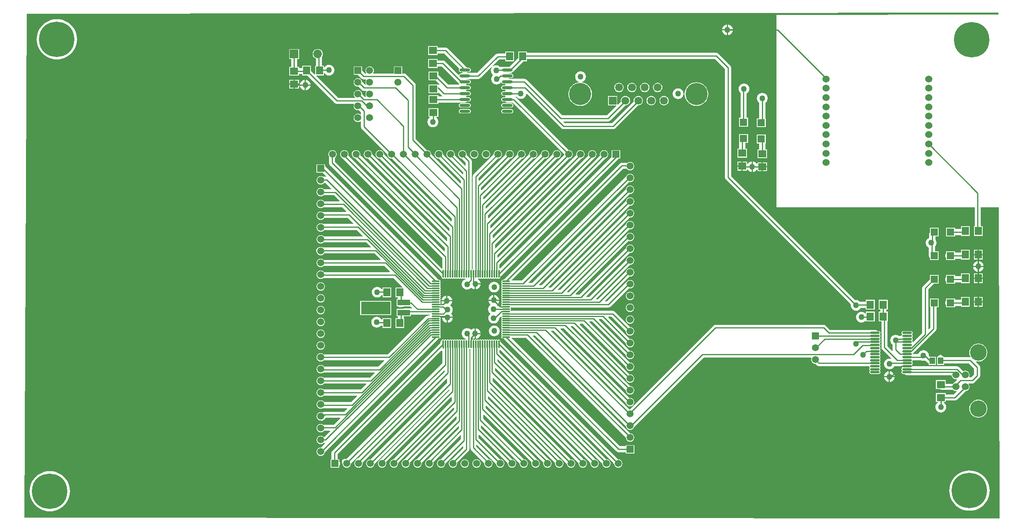
<source format=gtl>
%FSLAX25Y25*%
%MOIN*%
G70*
G01*
G75*
G04 Layer_Physical_Order=1*
G04 Layer_Color=255*
%ADD10R,0.06299X0.06299*%
%ADD11R,0.06299X0.07087*%
%ADD12R,0.07087X0.06299*%
%ADD13O,0.08268X0.01772*%
%ADD14R,0.04921X0.05709*%
%ADD15O,0.06890X0.01181*%
%ADD16O,0.01181X0.06890*%
%ADD17O,0.09055X0.02362*%
%ADD18R,0.06299X0.06299*%
%ADD19R,0.25000X0.11000*%
%ADD20R,0.11000X0.05000*%
%ADD21C,0.01000*%
%ADD22R,0.07284X0.07284*%
%ADD23C,0.07284*%
%ADD24R,0.05906X0.05906*%
%ADD25C,0.05906*%
%ADD26R,0.05906X0.05906*%
%ADD27C,0.18740*%
%ADD28R,0.06654X0.06654*%
%ADD29C,0.06654*%
%ADD30C,0.14000*%
%ADD31C,0.06000*%
%ADD32C,0.05000*%
%ADD33C,0.30000*%
G36*
X1170504Y1021504D02*
X1170500Y1021500D01*
X1170500D01*
D01*
X982500Y1021000D01*
Y858000D01*
X1150451D01*
Y842143D01*
X1149762D01*
Y833857D01*
X1157261D01*
Y842143D01*
X1155549D01*
Y858000D01*
X1170885D01*
X1171499Y594854D01*
X1171146Y594500D01*
X345854Y595000D01*
X345502Y595354D01*
X347500Y1022000D01*
X1170500Y1023000D01*
X1170504Y1021504D01*
D02*
G37*
%LPC*%
G36*
X858500Y786583D02*
X857573Y786461D01*
X856708Y786103D01*
X855966Y785534D01*
X855397Y784792D01*
X855039Y783927D01*
X854917Y783000D01*
X855039Y782072D01*
X855397Y781208D01*
X855966Y780466D01*
X856708Y779897D01*
X857573Y779539D01*
X858500Y779417D01*
X859427Y779539D01*
X860292Y779897D01*
X861034Y780466D01*
X861603Y781208D01*
X861961Y782072D01*
X862083Y783000D01*
X861961Y783927D01*
X861603Y784792D01*
X861034Y785534D01*
X860292Y786103D01*
X859427Y786461D01*
X858500Y786583D01*
D02*
G37*
G36*
X703800Y783273D02*
Y779300D01*
X707773D01*
X707684Y779975D01*
X707231Y781069D01*
X706509Y782009D01*
X705569Y782731D01*
X704475Y783184D01*
X703800Y783273D01*
D02*
G37*
G36*
X702800D02*
X702125Y783184D01*
X701031Y782731D01*
X700091Y782009D01*
X699369Y781069D01*
X698916Y779975D01*
X698827Y779300D01*
X702800D01*
Y783273D01*
D02*
G37*
G36*
X743600Y783773D02*
Y779800D01*
X747573D01*
X747484Y780475D01*
X747031Y781569D01*
X746309Y782509D01*
X745369Y783231D01*
X744275Y783684D01*
X743600Y783773D01*
D02*
G37*
G36*
X742600D02*
X741925Y783684D01*
X740831Y783231D01*
X739891Y782509D01*
X739169Y781569D01*
X738716Y780475D01*
X738627Y779800D01*
X742600D01*
Y783773D01*
D02*
G37*
G36*
X1146238Y782143D02*
X1138739D01*
Y779699D01*
X1133750D01*
Y780899D01*
X1126250D01*
Y778987D01*
X1126198Y778952D01*
X1125645Y778125D01*
X1125451Y777150D01*
X1125645Y776174D01*
X1126198Y775347D01*
X1126250Y775312D01*
Y773400D01*
X1133750D01*
Y774601D01*
X1138739D01*
Y773857D01*
X1146238D01*
Y782143D01*
D02*
G37*
G36*
X1157261Y777500D02*
X1154012D01*
Y773857D01*
X1157261D01*
Y777500D01*
D02*
G37*
G36*
X1153012D02*
X1149762D01*
Y773857D01*
X1153012D01*
Y777500D01*
D02*
G37*
G36*
X858500Y776583D02*
X857573Y776461D01*
X856708Y776103D01*
X855966Y775534D01*
X855397Y774792D01*
X855039Y773927D01*
X854917Y773000D01*
X855039Y772073D01*
X855397Y771208D01*
X855966Y770466D01*
X856708Y769897D01*
X857573Y769539D01*
X858500Y769417D01*
X859427Y769539D01*
X860292Y769897D01*
X861034Y770466D01*
X861603Y771208D01*
X861961Y772073D01*
X862083Y773000D01*
X861961Y773927D01*
X861603Y774792D01*
X861034Y775534D01*
X860292Y776103D01*
X859427Y776461D01*
X858500Y776583D01*
D02*
G37*
G36*
X1157261Y782143D02*
X1154012D01*
Y778500D01*
X1157261D01*
Y782143D01*
D02*
G37*
G36*
X1153012D02*
X1149762D01*
Y778500D01*
X1153012D01*
Y782143D01*
D02*
G37*
G36*
X596500Y784583D02*
X595573Y784461D01*
X594708Y784103D01*
X593966Y783534D01*
X593397Y782792D01*
X593039Y781927D01*
X592917Y781000D01*
X593039Y780072D01*
X593397Y779208D01*
X593966Y778466D01*
X594708Y777897D01*
X595573Y777539D01*
X596500Y777417D01*
X597428Y777539D01*
X598292Y777897D01*
X599034Y778466D01*
X599603Y779208D01*
X599961Y780072D01*
X600083Y781000D01*
X599961Y781927D01*
X599603Y782792D01*
X599034Y783534D01*
X598292Y784103D01*
X597428Y784461D01*
X596500Y784583D01*
D02*
G37*
G36*
X1146238Y802143D02*
X1138739D01*
Y799699D01*
X1133750D01*
Y800899D01*
X1126250D01*
Y798987D01*
X1126198Y798952D01*
X1125645Y798125D01*
X1125451Y797150D01*
X1125645Y796174D01*
X1126198Y795347D01*
X1126250Y795312D01*
Y793400D01*
X1133750D01*
Y794601D01*
X1138739D01*
Y793857D01*
X1146238D01*
Y802143D01*
D02*
G37*
G36*
X1157261D02*
X1154012D01*
Y798500D01*
X1157261D01*
Y802143D01*
D02*
G37*
G36*
X1153012D02*
X1149762D01*
Y798500D01*
X1153012D01*
Y802143D01*
D02*
G37*
G36*
X1153000Y812473D02*
X1152325Y812384D01*
X1151231Y811931D01*
X1150291Y811209D01*
X1149569Y810269D01*
X1149116Y809175D01*
X1149027Y808500D01*
X1153000D01*
Y812473D01*
D02*
G37*
G36*
X1157973Y807500D02*
X1154000D01*
Y803527D01*
X1154675Y803616D01*
X1155769Y804069D01*
X1156709Y804791D01*
X1157431Y805731D01*
X1157884Y806825D01*
X1157973Y807500D01*
D02*
G37*
G36*
X1153000D02*
X1149027D01*
X1149116Y806825D01*
X1149569Y805731D01*
X1150291Y804791D01*
X1151231Y804069D01*
X1152325Y803616D01*
X1153000Y803527D01*
Y807500D01*
D02*
G37*
G36*
X596500Y794583D02*
X595573Y794461D01*
X594708Y794103D01*
X593966Y793534D01*
X593397Y792792D01*
X593039Y791927D01*
X592917Y791000D01*
X593039Y790072D01*
X593397Y789208D01*
X593966Y788466D01*
X594708Y787897D01*
X595573Y787539D01*
X596500Y787417D01*
X597428Y787539D01*
X598292Y787897D01*
X599034Y788466D01*
X599603Y789208D01*
X599961Y790072D01*
X600083Y791000D01*
X599961Y791927D01*
X599603Y792792D01*
X599034Y793534D01*
X598292Y794103D01*
X597428Y794461D01*
X596500Y794583D01*
D02*
G37*
G36*
X743400Y795039D02*
X742225Y794884D01*
X741131Y794431D01*
X740191Y793709D01*
X739469Y792769D01*
X739016Y791675D01*
X738861Y790500D01*
X739016Y789325D01*
X739469Y788231D01*
X740191Y787291D01*
X741131Y786569D01*
X742225Y786116D01*
X743400Y785961D01*
X744575Y786116D01*
X745669Y786569D01*
X746609Y787291D01*
X747331Y788231D01*
X747784Y789325D01*
X747939Y790500D01*
X747784Y791675D01*
X747331Y792769D01*
X746609Y793709D01*
X745669Y794431D01*
X744575Y794884D01*
X743400Y795039D01*
D02*
G37*
G36*
X644300Y790739D02*
X643125Y790584D01*
X642031Y790131D01*
X641091Y789409D01*
X640369Y788469D01*
X639916Y787375D01*
X639761Y786200D01*
X639916Y785025D01*
X640369Y783931D01*
X641091Y782991D01*
X642031Y782269D01*
X643125Y781816D01*
X644300Y781661D01*
X645475Y781816D01*
X646569Y782269D01*
X647509Y782991D01*
X648170Y783851D01*
X648739D01*
Y781857D01*
X656238D01*
Y790143D01*
X648739D01*
Y788949D01*
X647863D01*
X647509Y789409D01*
X646569Y790131D01*
X645475Y790584D01*
X644300Y790739D01*
D02*
G37*
G36*
X1157261Y797500D02*
X1154012D01*
Y793857D01*
X1157261D01*
Y797500D01*
D02*
G37*
G36*
X1153012D02*
X1149762D01*
Y793857D01*
X1153012D01*
Y797500D01*
D02*
G37*
G36*
X731873Y792700D02*
X727900D01*
Y788727D01*
X728575Y788816D01*
X729669Y789269D01*
X730609Y789991D01*
X731331Y790931D01*
X731784Y792025D01*
X731873Y792700D01*
D02*
G37*
G36*
X1065738Y769643D02*
X1058239D01*
Y768298D01*
X1057765Y768137D01*
X1057709Y768209D01*
X1056769Y768931D01*
X1055675Y769384D01*
X1054500Y769539D01*
X1053325Y769384D01*
X1052231Y768931D01*
X1051291Y768209D01*
X1050569Y767269D01*
X1050116Y766175D01*
X1049961Y765000D01*
X1050116Y763825D01*
X1050569Y762731D01*
X1051291Y761791D01*
X1052231Y761069D01*
X1053325Y760616D01*
X1054500Y760461D01*
X1055675Y760616D01*
X1056769Y761069D01*
X1057709Y761791D01*
X1057765Y761863D01*
X1058239Y761702D01*
Y761357D01*
X1065738D01*
Y769643D01*
D02*
G37*
G36*
X1078600Y719073D02*
Y715100D01*
X1082573D01*
X1082484Y715775D01*
X1082031Y716869D01*
X1081309Y717809D01*
X1080369Y718531D01*
X1079275Y718984D01*
X1078600Y719073D01*
D02*
G37*
G36*
X1077600D02*
X1076925Y718984D01*
X1075831Y718531D01*
X1074891Y717809D01*
X1074169Y716869D01*
X1073716Y715775D01*
X1073627Y715100D01*
X1077600D01*
Y719073D01*
D02*
G37*
G36*
X1082573Y714100D02*
X1078600D01*
Y710127D01*
X1079275Y710216D01*
X1080369Y710669D01*
X1081309Y711391D01*
X1082031Y712331D01*
X1082484Y713425D01*
X1082573Y714100D01*
D02*
G37*
G36*
X1119970Y800899D02*
X1112471D01*
Y797076D01*
X1106698Y791302D01*
X1106145Y790476D01*
X1105951Y789500D01*
Y751518D01*
X1098311Y743878D01*
X1097832Y744023D01*
X1097730Y744536D01*
X1097402Y745028D01*
Y745444D01*
X1097730Y745936D01*
X1097846Y746516D01*
X1097730Y747095D01*
X1097402Y747587D01*
Y748004D01*
X1097730Y748495D01*
X1097846Y749075D01*
X1097730Y749654D01*
X1097402Y750146D01*
Y750563D01*
X1097730Y751054D01*
X1097846Y751634D01*
X1097730Y752214D01*
X1097402Y752705D01*
X1096910Y753033D01*
X1096331Y753149D01*
X1089835D01*
X1089255Y753033D01*
X1088763Y752705D01*
X1088435Y752214D01*
X1088320Y751634D01*
X1088435Y751054D01*
X1088763Y750563D01*
Y750146D01*
X1088435Y749654D01*
X1088320Y749075D01*
X1088311Y749065D01*
X1086246D01*
X1085769Y749431D01*
X1084675Y749884D01*
X1083500Y750039D01*
X1082325Y749884D01*
X1081231Y749431D01*
X1080291Y748709D01*
X1079569Y747769D01*
X1079116Y746675D01*
X1078961Y745500D01*
X1079116Y744325D01*
X1079569Y743231D01*
X1080291Y742291D01*
X1080951Y741784D01*
Y737500D01*
X1081117Y736664D01*
X1080676Y736428D01*
X1076549Y740556D01*
Y761357D01*
X1076761D01*
Y769643D01*
X1075561D01*
Y771357D01*
X1076761D01*
Y779643D01*
X1069262D01*
Y771357D01*
X1070463D01*
Y769643D01*
X1069262D01*
Y761357D01*
X1071451D01*
Y739500D01*
X1071451Y739500D01*
X1071451D01*
X1071645Y738524D01*
X1072198Y737698D01*
X1079725Y730170D01*
X1079448Y729754D01*
X1079375Y729784D01*
X1078200Y729939D01*
X1077025Y729784D01*
X1075931Y729331D01*
X1074991Y728609D01*
X1074269Y727669D01*
X1073816Y726575D01*
X1073661Y725400D01*
X1073816Y724225D01*
X1074269Y723131D01*
X1074991Y722191D01*
X1075931Y721469D01*
X1077025Y721016D01*
X1078200Y720861D01*
X1079375Y721016D01*
X1080469Y721469D01*
X1081409Y722191D01*
X1082131Y723131D01*
X1082281Y723494D01*
X1088311D01*
X1088319Y723485D01*
X1088321Y723494D01*
X1093083D01*
X1094058Y723688D01*
X1094501Y723984D01*
X1097746D01*
X1097730Y724064D01*
X1097402Y724555D01*
Y724972D01*
X1097730Y725464D01*
X1097846Y726043D01*
X1097730Y726623D01*
X1097402Y727114D01*
Y727531D01*
X1097730Y728023D01*
X1097846Y728602D01*
X1097854Y728612D01*
X1104674D01*
X1104731Y728569D01*
X1105825Y728116D01*
X1107000Y727961D01*
X1108175Y728116D01*
X1108602Y728293D01*
X1110698Y726198D01*
X1110698D01*
X1110698Y726198D01*
X1110698Y726198D01*
Y726198D01*
X1111495Y725665D01*
Y724546D01*
X1117616D01*
Y731454D01*
X1112650D01*
X1111529Y732576D01*
X1111384Y733675D01*
X1110931Y734769D01*
X1110209Y735709D01*
X1109269Y736431D01*
X1108175Y736884D01*
X1107000Y737039D01*
X1105825Y736884D01*
X1104731Y736431D01*
X1103791Y735709D01*
X1103069Y734769D01*
X1102631Y733710D01*
X1097987D01*
X1097841Y734189D01*
X1098603Y734698D01*
X1098603Y734698D01*
X1098603Y734698D01*
X1117302Y753397D01*
X1117855Y754224D01*
X1118049Y755199D01*
Y773400D01*
X1119970D01*
Y780899D01*
X1112471D01*
Y773400D01*
X1112951D01*
Y756255D01*
X1111511Y754815D01*
X1111049Y755007D01*
Y788444D01*
X1116005Y793400D01*
X1119970D01*
Y800899D01*
D02*
G37*
G36*
X596500Y744583D02*
X595573Y744461D01*
X594708Y744103D01*
X593966Y743534D01*
X593397Y742792D01*
X593039Y741927D01*
X592917Y741000D01*
X593039Y740072D01*
X593397Y739208D01*
X593966Y738466D01*
X594708Y737897D01*
X595573Y737539D01*
X596500Y737417D01*
X597428Y737539D01*
X598292Y737897D01*
X599034Y738466D01*
X599603Y739208D01*
X599961Y740072D01*
X600083Y741000D01*
X599961Y741927D01*
X599603Y742792D01*
X599034Y743534D01*
X598292Y744103D01*
X597428Y744461D01*
X596500Y744583D01*
D02*
G37*
G36*
X1153500Y742637D02*
X1152010Y742490D01*
X1150578Y742056D01*
X1149257Y741350D01*
X1148100Y740400D01*
X1147150Y739243D01*
X1146445Y737922D01*
X1146010Y736490D01*
X1145863Y735000D01*
X1146010Y733510D01*
X1146445Y732078D01*
X1146787Y731436D01*
X1146500Y731049D01*
X1124506D01*
Y731454D01*
X1123777D01*
X1123247Y732247D01*
X1122420Y732800D01*
X1121445Y732994D01*
X1120469Y732800D01*
X1119643Y732247D01*
X1119113Y731454D01*
X1118384D01*
Y724546D01*
X1124506D01*
Y725951D01*
X1145444D01*
X1149951Y721444D01*
Y716556D01*
X1147444Y714049D01*
X1146039D01*
X1145761Y714465D01*
X1146007Y715060D01*
X1146131Y716000D01*
X1146007Y716940D01*
X1145645Y717815D01*
X1145068Y718568D01*
X1144316Y719145D01*
X1143440Y719507D01*
X1142500Y719631D01*
X1141560Y719507D01*
X1140737Y719166D01*
X1137175Y722728D01*
X1136349Y723280D01*
X1135373Y723474D01*
X1097854D01*
X1097846Y723484D01*
X1097844Y723474D01*
X1093083D01*
X1092107Y723280D01*
X1091664Y722984D01*
X1088419D01*
X1088435Y722904D01*
X1088763Y722413D01*
Y721996D01*
X1088435Y721505D01*
X1088320Y720925D01*
X1088435Y720345D01*
X1088763Y719854D01*
Y719437D01*
X1088435Y718946D01*
X1088320Y718366D01*
X1088435Y717786D01*
X1088763Y717295D01*
X1089255Y716966D01*
X1089835Y716851D01*
X1091088D01*
X1091280Y716564D01*
X1092107Y716011D01*
X1093083Y715817D01*
X1130893D01*
X1130993Y715060D01*
X1131355Y714185D01*
X1131933Y713432D01*
X1132685Y712855D01*
X1133560Y712493D01*
X1134500Y712369D01*
X1135185Y712459D01*
X1135406Y712011D01*
X1132698Y709302D01*
X1132495Y708999D01*
X1131933Y708568D01*
X1131918Y708549D01*
X1125843D01*
Y711661D01*
X1117557D01*
Y704162D01*
X1120751D01*
X1121525Y703645D01*
X1122500Y703451D01*
X1131918D01*
X1131933Y703432D01*
X1132685Y702855D01*
X1133560Y702493D01*
X1134500Y702369D01*
X1134839Y702414D01*
X1135060Y701965D01*
X1132532Y699437D01*
X1125843D01*
Y700638D01*
X1117557D01*
Y693139D01*
X1119151D01*
Y692516D01*
X1118491Y692009D01*
X1117769Y691069D01*
X1117316Y689975D01*
X1117161Y688800D01*
X1117316Y687625D01*
X1117769Y686531D01*
X1118491Y685591D01*
X1119431Y684869D01*
X1120525Y684416D01*
X1121700Y684261D01*
X1122875Y684416D01*
X1123969Y684869D01*
X1124909Y685591D01*
X1125631Y686531D01*
X1126084Y687625D01*
X1126239Y688800D01*
X1126084Y689975D01*
X1125631Y691069D01*
X1124909Y692009D01*
X1124249Y692516D01*
Y693139D01*
X1125843D01*
Y694339D01*
X1133588D01*
X1134564Y694533D01*
X1135391Y695086D01*
X1142700Y702395D01*
X1143440Y702493D01*
X1144316Y702855D01*
X1145068Y703432D01*
X1145645Y704184D01*
X1146007Y705060D01*
X1146131Y706000D01*
X1146007Y706940D01*
X1145645Y707816D01*
X1145068Y708567D01*
X1145198Y708951D01*
X1148500D01*
X1149475Y709145D01*
X1150302Y709698D01*
X1150302Y709698D01*
X1150302Y709698D01*
X1154302Y713698D01*
X1154855Y714525D01*
X1155049Y715500D01*
Y722500D01*
X1154855Y723476D01*
X1154302Y724302D01*
X1151424Y727181D01*
X1151681Y727610D01*
X1152010Y727510D01*
X1153500Y727363D01*
X1154990Y727510D01*
X1156423Y727945D01*
X1157743Y728650D01*
X1158900Y729600D01*
X1159850Y730757D01*
X1160555Y732078D01*
X1160990Y733510D01*
X1161137Y735000D01*
X1160990Y736490D01*
X1160555Y737922D01*
X1159850Y739243D01*
X1158900Y740400D01*
X1157743Y741350D01*
X1156423Y742056D01*
X1154990Y742490D01*
X1153500Y742637D01*
D02*
G37*
G36*
X718500Y644583D02*
X717572Y644461D01*
X716708Y644103D01*
X715966Y643534D01*
X715397Y642792D01*
X715039Y641927D01*
X714917Y641000D01*
X715039Y640072D01*
X715397Y639208D01*
X715966Y638466D01*
X716708Y637897D01*
X717572Y637539D01*
X718500Y637417D01*
X719427Y637539D01*
X720292Y637897D01*
X721034Y638466D01*
X721603Y639208D01*
X721961Y640072D01*
X722083Y641000D01*
X721961Y641927D01*
X721603Y642792D01*
X721034Y643534D01*
X720292Y644103D01*
X719427Y644461D01*
X718500Y644583D01*
D02*
G37*
G36*
X1146000Y635037D02*
X1143776Y634891D01*
X1141591Y634456D01*
X1139480Y633740D01*
X1137482Y632754D01*
X1135629Y631516D01*
X1133953Y630047D01*
X1132484Y628371D01*
X1131246Y626518D01*
X1130260Y624520D01*
X1129544Y622409D01*
X1129109Y620224D01*
X1128963Y618000D01*
X1129109Y615776D01*
X1129544Y613591D01*
X1130260Y611480D01*
X1131246Y609482D01*
X1132484Y607629D01*
X1133953Y605953D01*
X1135629Y604484D01*
X1137482Y603246D01*
X1139480Y602260D01*
X1141591Y601544D01*
X1143776Y601109D01*
X1146000Y600963D01*
X1148224Y601109D01*
X1150409Y601544D01*
X1152520Y602260D01*
X1154518Y603246D01*
X1156371Y604484D01*
X1158047Y605953D01*
X1159516Y607629D01*
X1160754Y609482D01*
X1161740Y611480D01*
X1162456Y613591D01*
X1162891Y615776D01*
X1163037Y618000D01*
X1162891Y620224D01*
X1162456Y622409D01*
X1161740Y624520D01*
X1160754Y626518D01*
X1159516Y628371D01*
X1158047Y630047D01*
X1156371Y631516D01*
X1154518Y632754D01*
X1152520Y633740D01*
X1150409Y634456D01*
X1148224Y634891D01*
X1146000Y635037D01*
D02*
G37*
G36*
X367000Y634537D02*
X364776Y634391D01*
X362591Y633956D01*
X360480Y633240D01*
X358482Y632254D01*
X356629Y631016D01*
X354953Y629547D01*
X353484Y627871D01*
X352246Y626018D01*
X351260Y624020D01*
X350544Y621909D01*
X350109Y619724D01*
X349963Y617500D01*
X350109Y615276D01*
X350544Y613091D01*
X351260Y610980D01*
X352246Y608982D01*
X353484Y607129D01*
X354953Y605453D01*
X356629Y603984D01*
X358482Y602746D01*
X360480Y601760D01*
X362591Y601044D01*
X364776Y600609D01*
X367000Y600463D01*
X369224Y600609D01*
X371409Y601044D01*
X373520Y601760D01*
X375518Y602746D01*
X377371Y603984D01*
X379047Y605453D01*
X380516Y607129D01*
X381754Y608982D01*
X382740Y610980D01*
X383456Y613091D01*
X383891Y615276D01*
X384036Y617500D01*
X383891Y619724D01*
X383456Y621909D01*
X382740Y624020D01*
X381754Y626018D01*
X380516Y627871D01*
X379047Y629547D01*
X377371Y631016D01*
X375518Y632254D01*
X373520Y633240D01*
X371409Y633956D01*
X369224Y634391D01*
X367000Y634537D01*
D02*
G37*
G36*
X1077600Y714100D02*
X1073627D01*
X1073716Y713425D01*
X1074169Y712331D01*
X1074891Y711391D01*
X1075831Y710669D01*
X1076925Y710216D01*
X1077600Y710127D01*
Y714100D01*
D02*
G37*
G36*
X1153500Y695137D02*
X1152010Y694990D01*
X1150578Y694556D01*
X1149257Y693850D01*
X1148100Y692900D01*
X1147150Y691743D01*
X1146445Y690422D01*
X1146010Y688990D01*
X1145863Y687500D01*
X1146010Y686010D01*
X1146445Y684578D01*
X1147150Y683257D01*
X1148100Y682100D01*
X1149257Y681150D01*
X1150578Y680444D01*
X1152010Y680010D01*
X1153500Y679863D01*
X1154990Y680010D01*
X1156423Y680444D01*
X1157743Y681150D01*
X1158900Y682100D01*
X1159850Y683257D01*
X1160555Y684578D01*
X1160990Y686010D01*
X1161137Y687500D01*
X1160990Y688990D01*
X1160555Y690422D01*
X1159850Y691743D01*
X1158900Y692900D01*
X1157743Y693850D01*
X1156423Y694556D01*
X1154990Y694990D01*
X1153500Y695137D01*
D02*
G37*
G36*
X728500Y644583D02*
X727572Y644461D01*
X726708Y644103D01*
X725966Y643534D01*
X725397Y642792D01*
X725039Y641927D01*
X724917Y641000D01*
X725039Y640072D01*
X725397Y639208D01*
X725966Y638466D01*
X726708Y637897D01*
X727572Y637539D01*
X728500Y637417D01*
X729427Y637539D01*
X730292Y637897D01*
X731034Y638466D01*
X731603Y639208D01*
X731961Y640072D01*
X732083Y641000D01*
X731961Y641927D01*
X731603Y642792D01*
X731034Y643534D01*
X730292Y644103D01*
X729427Y644461D01*
X728500Y644583D01*
D02*
G37*
G36*
X703300Y764300D02*
X699327D01*
X699416Y763625D01*
X699869Y762531D01*
X700591Y761591D01*
X701531Y760869D01*
X702625Y760416D01*
X703300Y760327D01*
Y764300D01*
D02*
G37*
G36*
X858500Y766583D02*
X857573Y766461D01*
X856708Y766103D01*
X855966Y765534D01*
X855397Y764792D01*
X855039Y763928D01*
X854917Y763000D01*
X855039Y762073D01*
X855397Y761208D01*
X855966Y760466D01*
X856708Y759897D01*
X857573Y759539D01*
X858500Y759417D01*
X859427Y759539D01*
X860292Y759897D01*
X861034Y760466D01*
X861603Y761208D01*
X861961Y762073D01*
X862083Y763000D01*
X861961Y763928D01*
X861603Y764792D01*
X861034Y765534D01*
X860292Y766103D01*
X859427Y766461D01*
X858500Y766583D01*
D02*
G37*
G36*
X596500Y764583D02*
X595573Y764461D01*
X594708Y764103D01*
X593966Y763534D01*
X593397Y762792D01*
X593039Y761928D01*
X592917Y761000D01*
X593039Y760073D01*
X593397Y759208D01*
X593966Y758466D01*
X594708Y757897D01*
X595573Y757539D01*
X596500Y757417D01*
X597428Y757539D01*
X598292Y757897D01*
X599034Y758466D01*
X599603Y759208D01*
X599961Y760073D01*
X600083Y761000D01*
X599961Y761928D01*
X599603Y762792D01*
X599034Y763534D01*
X598292Y764103D01*
X597428Y764461D01*
X596500Y764583D01*
D02*
G37*
G36*
Y774583D02*
X595573Y774461D01*
X594708Y774103D01*
X593966Y773534D01*
X593397Y772792D01*
X593039Y771927D01*
X592917Y771000D01*
X593039Y770073D01*
X593397Y769208D01*
X593966Y768466D01*
X594708Y767897D01*
X595573Y767539D01*
X596500Y767417D01*
X597428Y767539D01*
X598292Y767897D01*
X599034Y768466D01*
X599603Y769208D01*
X599961Y770073D01*
X600083Y771000D01*
X599961Y771927D01*
X599603Y772792D01*
X599034Y773534D01*
X598292Y774103D01*
X597428Y774461D01*
X596500Y774583D01*
D02*
G37*
G36*
X656183Y778890D02*
X629984D01*
Y766690D01*
X656183D01*
Y778890D01*
D02*
G37*
G36*
X708273Y764300D02*
X704300D01*
Y760327D01*
X704975Y760416D01*
X706069Y760869D01*
X707009Y761591D01*
X707731Y762531D01*
X708184Y763625D01*
X708273Y764300D01*
D02*
G37*
G36*
X596500Y754583D02*
X595573Y754461D01*
X594708Y754103D01*
X593966Y753534D01*
X593397Y752792D01*
X593039Y751928D01*
X592917Y751000D01*
X593039Y750072D01*
X593397Y749208D01*
X593966Y748466D01*
X594708Y747897D01*
X595573Y747539D01*
X596500Y747417D01*
X597428Y747539D01*
X598292Y747897D01*
X599034Y748466D01*
X599603Y749208D01*
X599961Y750072D01*
X600083Y751000D01*
X599961Y751928D01*
X599603Y752792D01*
X599034Y753534D01*
X598292Y754103D01*
X597428Y754461D01*
X596500Y754583D01*
D02*
G37*
G36*
X731773Y750600D02*
X727800D01*
Y746627D01*
X728475Y746716D01*
X729569Y747169D01*
X730509Y747891D01*
X731231Y748831D01*
X731684Y749925D01*
X731773Y750600D01*
D02*
G37*
G36*
X720500Y755739D02*
X719325Y755584D01*
X718231Y755131D01*
X717291Y754409D01*
X716569Y753469D01*
X716116Y752375D01*
X715961Y751200D01*
X716116Y750025D01*
X716569Y748931D01*
X717291Y747991D01*
X718231Y747269D01*
X719282Y746834D01*
Y745876D01*
X719005Y745690D01*
X718753D01*
X718359Y745953D01*
X717895Y746045D01*
X717430Y745953D01*
X717036Y745690D01*
X716784D01*
X716391Y745953D01*
X715926Y746045D01*
X715461Y745953D01*
X715068Y745690D01*
X714816D01*
X714422Y745953D01*
X713958Y746045D01*
X713493Y745953D01*
X713099Y745690D01*
X712847D01*
X712454Y745953D01*
X711989Y746045D01*
X711524Y745953D01*
X711131Y745690D01*
X710879D01*
X710485Y745953D01*
X710020Y746045D01*
X709556Y745953D01*
X709162Y745690D01*
X708910D01*
X708517Y745953D01*
X708052Y746045D01*
X707587Y745953D01*
X707194Y745690D01*
X706942D01*
X706548Y745953D01*
X706083Y746045D01*
X705619Y745953D01*
X705225Y745690D01*
X704973D01*
X704579Y745953D01*
X704115Y746045D01*
X703650Y745953D01*
X703257Y745690D01*
X703005D01*
X702611Y745953D01*
X702146Y746045D01*
X701682Y745953D01*
X701288Y745690D01*
X701266Y745657D01*
X701009Y745708D01*
X700642Y745953D01*
X700178Y746045D01*
X699713Y745953D01*
X699320Y745690D01*
X699273Y745621D01*
X698498Y745102D01*
X697945Y744276D01*
X697751Y743300D01*
Y743155D01*
X606398Y651802D01*
X605845Y650975D01*
X605651Y649999D01*
Y644553D01*
X604947D01*
Y637447D01*
X612053D01*
Y639101D01*
X612197Y639198D01*
X612749Y640025D01*
X612944Y641000D01*
X612749Y641975D01*
X612197Y642802D01*
X612053Y642899D01*
Y644553D01*
X610749D01*
Y648943D01*
X698681Y736875D01*
X699325Y736445D01*
X699598Y736391D01*
Y725902D01*
X618320Y644625D01*
X617976Y644855D01*
X617000Y645049D01*
X616024Y644855D01*
X615198Y644302D01*
X614645Y643475D01*
X614451Y642500D01*
X614645Y641525D01*
X614930Y641099D01*
X614917Y641000D01*
X615039Y640072D01*
X615397Y639208D01*
X615966Y638466D01*
X616708Y637897D01*
X617572Y637539D01*
X618500Y637417D01*
X619427Y637539D01*
X620292Y637897D01*
X621034Y638466D01*
X621603Y639208D01*
X621961Y640072D01*
X622083Y641000D01*
X622063Y641158D01*
X701104Y720199D01*
X701566Y720008D01*
Y718771D01*
X628305Y645510D01*
X627525Y645355D01*
X626698Y644802D01*
X626145Y643975D01*
X626074Y643616D01*
X625966Y643534D01*
X625397Y642792D01*
X625039Y641927D01*
X624917Y641000D01*
X625039Y640072D01*
X625397Y639208D01*
X625966Y638466D01*
X626708Y637897D01*
X627572Y637539D01*
X628500Y637417D01*
X629427Y637539D01*
X630292Y637897D01*
X631034Y638466D01*
X631603Y639208D01*
X631961Y640072D01*
X632083Y641000D01*
X631961Y641927D01*
X631953Y641948D01*
X703073Y713068D01*
X703535Y712876D01*
Y709539D01*
X638569Y644574D01*
X638500Y644583D01*
X637572Y644461D01*
X636708Y644103D01*
X635966Y643534D01*
X635397Y642792D01*
X635039Y641927D01*
X634917Y641000D01*
X635039Y640072D01*
X635397Y639208D01*
X635966Y638466D01*
X636708Y637897D01*
X637572Y637539D01*
X638500Y637417D01*
X639428Y637539D01*
X640292Y637897D01*
X641034Y638466D01*
X641603Y639208D01*
X641961Y640072D01*
X642065Y640860D01*
X705041Y703836D01*
X705503Y703645D01*
Y703008D01*
X646237Y643741D01*
X645966Y643534D01*
X645397Y642792D01*
X645039Y641927D01*
X644917Y641000D01*
X645039Y640072D01*
X645397Y639208D01*
X645966Y638466D01*
X646708Y637897D01*
X647573Y637539D01*
X648500Y637417D01*
X649428Y637539D01*
X650292Y637897D01*
X651034Y638466D01*
X651603Y639208D01*
X651961Y640072D01*
X652083Y641000D01*
X651961Y641927D01*
X651865Y642160D01*
X707010Y697305D01*
X707472Y697113D01*
Y694076D01*
X657900Y644504D01*
X657573Y644461D01*
X656708Y644103D01*
X655966Y643534D01*
X655397Y642792D01*
X655039Y641927D01*
X654917Y641000D01*
X655039Y640072D01*
X655397Y639208D01*
X655966Y638466D01*
X656708Y637897D01*
X657573Y637539D01*
X658500Y637417D01*
X659427Y637539D01*
X660292Y637897D01*
X661034Y638466D01*
X661603Y639208D01*
X661961Y640072D01*
X662083Y641000D01*
X662028Y641423D01*
X708978Y688373D01*
X709440Y688182D01*
Y686545D01*
X667204Y644309D01*
X666708Y644103D01*
X665966Y643534D01*
X665397Y642792D01*
X665039Y641927D01*
X664917Y641000D01*
X665039Y640072D01*
X665397Y639208D01*
X665966Y638466D01*
X666708Y637897D01*
X667572Y637539D01*
X668500Y637417D01*
X669427Y637539D01*
X670292Y637897D01*
X671034Y638466D01*
X671603Y639208D01*
X671961Y640072D01*
X672083Y641000D01*
X671970Y641865D01*
X710947Y680842D01*
X711409Y680650D01*
Y678213D01*
X677669Y644474D01*
X677572Y644461D01*
X676708Y644103D01*
X675966Y643534D01*
X675397Y642792D01*
X675039Y641927D01*
X674917Y641000D01*
X675039Y640072D01*
X675397Y639208D01*
X675966Y638466D01*
X676708Y637897D01*
X677572Y637539D01*
X678500Y637417D01*
X679427Y637539D01*
X680292Y637897D01*
X681034Y638466D01*
X681603Y639208D01*
X681961Y640072D01*
X682083Y641000D01*
X682004Y641600D01*
X712915Y672510D01*
X713377Y672319D01*
Y670682D01*
X686862Y644167D01*
X686708Y644103D01*
X685966Y643534D01*
X685397Y642792D01*
X685039Y641927D01*
X684917Y641000D01*
X685039Y640072D01*
X685397Y639208D01*
X685966Y638466D01*
X686708Y637897D01*
X687572Y637539D01*
X688500Y637417D01*
X689428Y637539D01*
X690292Y637897D01*
X691034Y638466D01*
X691603Y639208D01*
X691961Y640072D01*
X692083Y641000D01*
X691961Y641927D01*
X691924Y642019D01*
X714884Y664979D01*
X715345Y664787D01*
Y661650D01*
X698245Y644550D01*
X697573Y644461D01*
X696708Y644103D01*
X695966Y643534D01*
X695397Y642792D01*
X695039Y641927D01*
X694917Y641000D01*
X695039Y640072D01*
X695397Y639208D01*
X695966Y638466D01*
X696708Y637897D01*
X697573Y637539D01*
X698500Y637417D01*
X699428Y637539D01*
X700292Y637897D01*
X701034Y638466D01*
X701603Y639208D01*
X701961Y640072D01*
X702083Y641000D01*
X702063Y641158D01*
X716852Y655947D01*
X717314Y655756D01*
Y654219D01*
X707545Y644450D01*
X706708Y644103D01*
X705966Y643534D01*
X705397Y642792D01*
X705039Y641927D01*
X704917Y641000D01*
X705039Y640072D01*
X705397Y639208D01*
X705966Y638466D01*
X706708Y637897D01*
X707573Y637539D01*
X708500Y637417D01*
X709427Y637539D01*
X710292Y637897D01*
X711034Y638466D01*
X711603Y639208D01*
X711961Y640072D01*
X712083Y641000D01*
X711993Y641688D01*
X721665Y651361D01*
X722218Y652187D01*
X722412Y653163D01*
X722412Y653163D01*
X722412Y653163D01*
Y653163D01*
Y738079D01*
X722690Y738265D01*
X722942D01*
X723219Y738079D01*
Y654331D01*
X723414Y653356D01*
X723966Y652529D01*
X734984Y641511D01*
X734917Y641000D01*
X735039Y640072D01*
X735397Y639208D01*
X735966Y638466D01*
X736708Y637897D01*
X737572Y637539D01*
X738500Y637417D01*
X739428Y637539D01*
X740292Y637897D01*
X741034Y638466D01*
X741603Y639208D01*
X741961Y640072D01*
X742083Y641000D01*
X741961Y641927D01*
X741603Y642792D01*
X741034Y643534D01*
X740292Y644103D01*
X739428Y644461D01*
X739216Y644489D01*
X728317Y655387D01*
Y656724D01*
X728779Y656916D01*
X744950Y640745D01*
X745039Y640072D01*
X745397Y639208D01*
X745966Y638466D01*
X746708Y637897D01*
X747573Y637539D01*
X748500Y637417D01*
X749428Y637539D01*
X750292Y637897D01*
X751034Y638466D01*
X751603Y639208D01*
X751961Y640072D01*
X752083Y641000D01*
X751961Y641927D01*
X751603Y642792D01*
X751034Y643534D01*
X750292Y644103D01*
X749428Y644461D01*
X748500Y644583D01*
X748342Y644563D01*
X730286Y662619D01*
Y665256D01*
X730748Y665447D01*
X754949Y641246D01*
X754917Y641000D01*
X755039Y640072D01*
X755397Y639208D01*
X755966Y638466D01*
X756708Y637897D01*
X757573Y637539D01*
X758500Y637417D01*
X759427Y637539D01*
X760292Y637897D01*
X761034Y638466D01*
X761603Y639208D01*
X761961Y640072D01*
X762083Y641000D01*
X761961Y641927D01*
X761603Y642792D01*
X761034Y643534D01*
X760292Y644103D01*
X759427Y644461D01*
X758870Y644535D01*
X732255Y671150D01*
Y673087D01*
X732716Y673279D01*
X764926Y641070D01*
X764917Y641000D01*
X765039Y640072D01*
X765397Y639208D01*
X765966Y638466D01*
X766708Y637897D01*
X767572Y637539D01*
X768500Y637417D01*
X769427Y637539D01*
X770292Y637897D01*
X771034Y638466D01*
X771603Y639208D01*
X771961Y640072D01*
X772083Y641000D01*
X771961Y641927D01*
X771603Y642792D01*
X771034Y643534D01*
X770292Y644103D01*
X769427Y644461D01*
X768640Y644565D01*
X734223Y678982D01*
Y682119D01*
X734685Y682310D01*
X775047Y641948D01*
X775039Y641927D01*
X774917Y641000D01*
X775039Y640072D01*
X775397Y639208D01*
X775966Y638466D01*
X776708Y637897D01*
X777572Y637539D01*
X778500Y637417D01*
X779427Y637539D01*
X780292Y637897D01*
X781034Y638466D01*
X781603Y639208D01*
X781961Y640072D01*
X782083Y641000D01*
X781961Y641927D01*
X781603Y642792D01*
X781034Y643534D01*
X780292Y644103D01*
X779967Y644238D01*
X736192Y688013D01*
Y690050D01*
X736653Y690242D01*
X785030Y641865D01*
X784917Y641000D01*
X785039Y640072D01*
X785397Y639208D01*
X785966Y638466D01*
X786708Y637897D01*
X787572Y637539D01*
X788500Y637417D01*
X789428Y637539D01*
X790292Y637897D01*
X791034Y638466D01*
X791603Y639208D01*
X791961Y640072D01*
X792083Y641000D01*
X791961Y641927D01*
X791603Y642792D01*
X791034Y643534D01*
X790292Y644103D01*
X789796Y644309D01*
X738160Y695945D01*
Y697882D01*
X738622Y698073D01*
X795007Y641688D01*
X794917Y641000D01*
X795039Y640072D01*
X795397Y639208D01*
X795966Y638466D01*
X796708Y637897D01*
X797573Y637539D01*
X798500Y637417D01*
X799428Y637539D01*
X800292Y637897D01*
X801034Y638466D01*
X801603Y639208D01*
X801961Y640072D01*
X802083Y641000D01*
X801961Y641927D01*
X801603Y642792D01*
X801034Y643534D01*
X800292Y644103D01*
X799455Y644450D01*
X740129Y703776D01*
Y704913D01*
X740590Y705105D01*
X804950Y640745D01*
X805039Y640072D01*
X805397Y639208D01*
X805966Y638466D01*
X806708Y637897D01*
X807572Y637539D01*
X808500Y637417D01*
X809428Y637539D01*
X810292Y637897D01*
X811034Y638466D01*
X811603Y639208D01*
X811961Y640072D01*
X812083Y641000D01*
X811961Y641927D01*
X811603Y642792D01*
X811034Y643534D01*
X810292Y644103D01*
X809428Y644461D01*
X808500Y644583D01*
X808342Y644563D01*
X742097Y710808D01*
Y713745D01*
X742559Y713936D01*
X814984Y641511D01*
X814917Y641000D01*
X815039Y640072D01*
X815397Y639208D01*
X815966Y638466D01*
X816708Y637897D01*
X817572Y637539D01*
X818500Y637417D01*
X819427Y637539D01*
X820292Y637897D01*
X821034Y638466D01*
X821603Y639208D01*
X821961Y640072D01*
X822083Y641000D01*
X821961Y641927D01*
X821603Y642792D01*
X821034Y643534D01*
X820292Y644103D01*
X819427Y644461D01*
X819216Y644489D01*
X744066Y719639D01*
Y721876D01*
X744527Y722068D01*
X824996Y641600D01*
X824917Y641000D01*
X825039Y640072D01*
X825397Y639208D01*
X825966Y638466D01*
X826708Y637897D01*
X827573Y637539D01*
X828500Y637417D01*
X829427Y637539D01*
X830292Y637897D01*
X831034Y638466D01*
X831603Y639208D01*
X831961Y640072D01*
X832083Y641000D01*
X831961Y641927D01*
X831603Y642792D01*
X831034Y643534D01*
X830292Y644103D01*
X829427Y644461D01*
X829331Y644474D01*
X746034Y727771D01*
Y729308D01*
X746496Y729499D01*
X834926Y641070D01*
X834917Y641000D01*
X835039Y640072D01*
X835397Y639208D01*
X835966Y638466D01*
X836708Y637897D01*
X837573Y637539D01*
X838500Y637417D01*
X839427Y637539D01*
X840292Y637897D01*
X841034Y638466D01*
X841603Y639208D01*
X841961Y640072D01*
X842083Y641000D01*
X841961Y641927D01*
X841603Y642792D01*
X841034Y643534D01*
X840292Y644103D01*
X839427Y644461D01*
X838640Y644565D01*
X748002Y735202D01*
Y737139D01*
X748464Y737330D01*
X844935Y640859D01*
X845039Y640072D01*
X845397Y639208D01*
X845966Y638466D01*
X846708Y637897D01*
X847573Y637539D01*
X848500Y637417D01*
X849427Y637539D01*
X850292Y637897D01*
X851034Y638466D01*
X851603Y639208D01*
X851961Y640072D01*
X852083Y641000D01*
X851961Y641927D01*
X851603Y642792D01*
X851034Y643534D01*
X850292Y644103D01*
X849427Y644461D01*
X848500Y644583D01*
X848430Y644574D01*
X749224Y743780D01*
X748636Y744173D01*
Y744832D01*
X748544Y745296D01*
X748280Y745690D01*
X747887Y745953D01*
X747422Y746045D01*
X746957Y745953D01*
X746564Y745690D01*
X746312D01*
X745918Y745953D01*
X745454Y746045D01*
X744989Y745953D01*
X744595Y745690D01*
X744343D01*
X743950Y745953D01*
X743485Y746045D01*
X743020Y745953D01*
X742627Y745690D01*
X742375D01*
X741981Y745953D01*
X741516Y746045D01*
X741052Y745953D01*
X740658Y745690D01*
X740406D01*
X740013Y745953D01*
X739548Y746045D01*
X739083Y745953D01*
X738690Y745690D01*
X738438D01*
X738044Y745953D01*
X737579Y746045D01*
X737115Y745953D01*
X736721Y745690D01*
X736469D01*
X736076Y745953D01*
X735611Y746045D01*
X735147Y745953D01*
X734753Y745690D01*
X734501D01*
X734107Y745953D01*
X733642Y746045D01*
X733178Y745953D01*
X732784Y745690D01*
X732532D01*
X732139Y745953D01*
X731674Y746045D01*
X731210Y745953D01*
X730816Y745690D01*
X730564D01*
X730170Y745953D01*
X729705Y746045D01*
X729241Y745953D01*
X728847Y745690D01*
X728595D01*
X728201Y745953D01*
X727737Y746045D01*
X727273Y745953D01*
X726879Y745690D01*
X726627D01*
X726233Y745953D01*
X725769Y746045D01*
X725304Y745953D01*
X724910Y745690D01*
X724658D01*
X724380Y745876D01*
Y747103D01*
X724829Y747324D01*
X725031Y747169D01*
X726125Y746716D01*
X726800Y746627D01*
Y751099D01*
Y755573D01*
X726125Y755484D01*
X725031Y755031D01*
X724091Y754310D01*
X723709Y754410D01*
X722769Y755131D01*
X721675Y755584D01*
X720500Y755739D01*
D02*
G37*
G36*
X643900Y765339D02*
X642725Y765184D01*
X641631Y764731D01*
X640691Y764009D01*
X639969Y763069D01*
X639516Y761975D01*
X639361Y760800D01*
X639516Y759625D01*
X639969Y758531D01*
X640691Y757591D01*
X641631Y756869D01*
X642725Y756416D01*
X643900Y756261D01*
X645075Y756416D01*
X646169Y756869D01*
X647109Y757591D01*
X647386Y757951D01*
X648739D01*
Y755857D01*
X656238D01*
Y764143D01*
X648739D01*
Y763049D01*
X647839D01*
X647831Y763069D01*
X647109Y764009D01*
X646169Y764731D01*
X645075Y765184D01*
X643900Y765339D01*
D02*
G37*
G36*
X727800Y755573D02*
Y751600D01*
X731773D01*
X731684Y752275D01*
X731231Y753369D01*
X730509Y754309D01*
X729569Y755031D01*
X728475Y755484D01*
X727800Y755573D01*
D02*
G37*
G36*
X743500Y757939D02*
X742325Y757784D01*
X741231Y757331D01*
X740291Y756609D01*
X739569Y755669D01*
X739116Y754575D01*
X738961Y753400D01*
X739116Y752225D01*
X739569Y751131D01*
X740291Y750191D01*
X741231Y749469D01*
X742325Y749016D01*
X743500Y748861D01*
X744675Y749016D01*
X745769Y749469D01*
X746709Y750191D01*
X747431Y751131D01*
X747884Y752225D01*
X748039Y753400D01*
X747884Y754575D01*
X747431Y755669D01*
X746709Y756609D01*
X745769Y757331D01*
X744675Y757784D01*
X743500Y757939D01*
D02*
G37*
G36*
X860047Y963650D02*
X859022Y963515D01*
X858067Y963119D01*
X857247Y962490D01*
X856617Y961669D01*
X856221Y960714D01*
X856087Y959689D01*
X856221Y958664D01*
X856617Y957709D01*
X857247Y956888D01*
X858067Y956259D01*
X859022Y955863D01*
X860047Y955728D01*
X861072Y955863D01*
X862027Y956259D01*
X862848Y956888D01*
X863477Y957709D01*
X863873Y958664D01*
X864008Y959689D01*
X863873Y960714D01*
X863477Y961669D01*
X862848Y962490D01*
X862027Y963119D01*
X861072Y963515D01*
X860047Y963650D01*
D02*
G37*
G36*
X849142D02*
X848117Y963515D01*
X847161Y963119D01*
X846341Y962490D01*
X845712Y961669D01*
X845316Y960714D01*
X845181Y959689D01*
X845316Y958664D01*
X845712Y957709D01*
X846341Y956888D01*
X847161Y956259D01*
X848117Y955863D01*
X849142Y955728D01*
X850167Y955863D01*
X851122Y956259D01*
X851942Y956888D01*
X852572Y957709D01*
X852967Y958664D01*
X853102Y959689D01*
X852967Y960714D01*
X852572Y961669D01*
X851942Y962490D01*
X851122Y963119D01*
X850167Y963515D01*
X849142Y963650D01*
D02*
G37*
G36*
X899200Y958939D02*
X898025Y958784D01*
X896931Y958331D01*
X895991Y957609D01*
X895269Y956669D01*
X894816Y955575D01*
X894661Y954400D01*
X894816Y953225D01*
X895269Y952131D01*
X895991Y951191D01*
X896931Y950469D01*
X898025Y950016D01*
X899200Y949861D01*
X900375Y950016D01*
X901469Y950469D01*
X902409Y951191D01*
X903131Y952131D01*
X903584Y953225D01*
X903739Y954400D01*
X903584Y955575D01*
X903131Y956669D01*
X902409Y957609D01*
X901469Y958331D01*
X900375Y958784D01*
X899200Y958939D01*
D02*
G37*
G36*
X582900Y961200D02*
X578927D01*
X579016Y960525D01*
X579469Y959431D01*
X580191Y958491D01*
X581131Y957769D01*
X582225Y957316D01*
X582900Y957227D01*
Y961200D01*
D02*
G37*
G36*
X881858Y963650D02*
X880833Y963515D01*
X879878Y963119D01*
X879058Y962490D01*
X878428Y961669D01*
X878033Y960714D01*
X877898Y959689D01*
X878033Y958664D01*
X878428Y957709D01*
X879058Y956888D01*
X879878Y956259D01*
X880833Y955863D01*
X881858Y955728D01*
X882883Y955863D01*
X883839Y956259D01*
X884659Y956888D01*
X885288Y957709D01*
X885684Y958664D01*
X885819Y959689D01*
X885684Y960714D01*
X885288Y961669D01*
X884659Y962490D01*
X883839Y963119D01*
X882883Y963515D01*
X881858Y963650D01*
D02*
G37*
G36*
X870953D02*
X869928Y963515D01*
X868972Y963119D01*
X868152Y962490D01*
X867523Y961669D01*
X867127Y960714D01*
X866992Y959689D01*
X867127Y958664D01*
X867523Y957709D01*
X868152Y956888D01*
X868972Y956259D01*
X869928Y955863D01*
X870953Y955728D01*
X871978Y955863D01*
X872933Y956259D01*
X873753Y956888D01*
X874383Y957709D01*
X874778Y958664D01*
X874913Y959689D01*
X874778Y960714D01*
X874383Y961669D01*
X873753Y962490D01*
X872933Y963119D01*
X871978Y963515D01*
X870953Y963650D01*
D02*
G37*
G36*
X816600Y973339D02*
X815425Y973184D01*
X814331Y972731D01*
X813391Y972009D01*
X812669Y971069D01*
X812216Y969975D01*
X812061Y968800D01*
X812216Y967625D01*
X812669Y966531D01*
X813391Y965591D01*
X814331Y964869D01*
X815227Y964498D01*
X815154Y964003D01*
X814353Y963924D01*
X812473Y963354D01*
X810741Y962428D01*
X809223Y961182D01*
X807977Y959664D01*
X807051Y957932D01*
X806481Y956053D01*
X806289Y954098D01*
X806481Y952144D01*
X807051Y950265D01*
X807977Y948533D01*
X809223Y947014D01*
X810741Y945769D01*
X812473Y944843D01*
X814353Y944273D01*
X816307Y944080D01*
X818262Y944273D01*
X820141Y944843D01*
X821873Y945769D01*
X823391Y947014D01*
X824637Y948533D01*
X825563Y950265D01*
X826133Y952144D01*
X826325Y954098D01*
X826133Y956053D01*
X825563Y957932D01*
X824637Y959664D01*
X823391Y961182D01*
X821873Y962428D01*
X820141Y963354D01*
X818262Y963924D01*
X817933Y963957D01*
X817860Y964451D01*
X818869Y964869D01*
X819809Y965591D01*
X820531Y966531D01*
X820984Y967625D01*
X821139Y968800D01*
X820984Y969975D01*
X820531Y971069D01*
X819809Y972009D01*
X818869Y972731D01*
X817775Y973184D01*
X816600Y973339D01*
D02*
G37*
G36*
X757760Y946316D02*
X751067D01*
X750372Y946178D01*
X749783Y945784D01*
X749389Y945195D01*
X749251Y944500D01*
X749389Y943805D01*
X749783Y943216D01*
X750372Y942822D01*
X751067Y942684D01*
X757760D01*
X758455Y942822D01*
X759044Y943216D01*
X759438Y943805D01*
X759576Y944500D01*
X759438Y945195D01*
X759044Y945784D01*
X758455Y946178D01*
X757760Y946316D01*
D02*
G37*
G36*
X721933D02*
X715240D01*
X714545Y946178D01*
X713956Y945784D01*
X713562Y945195D01*
X713424Y944500D01*
X713562Y943805D01*
X713956Y943216D01*
X714545Y942822D01*
X715240Y942684D01*
X721933D01*
X722628Y942822D01*
X723217Y943216D01*
X723611Y943805D01*
X723749Y944500D01*
X723611Y945195D01*
X723217Y945784D01*
X722628Y946178D01*
X721933Y946316D01*
D02*
G37*
G36*
X887311Y952468D02*
X886286Y952334D01*
X885331Y951938D01*
X884510Y951309D01*
X883881Y950488D01*
X883485Y949533D01*
X883350Y948508D01*
X883485Y947483D01*
X883881Y946527D01*
X884510Y945707D01*
X885331Y945078D01*
X886286Y944682D01*
X887311Y944547D01*
X888336Y944682D01*
X889291Y945078D01*
X890112Y945707D01*
X890741Y946527D01*
X891137Y947483D01*
X891272Y948508D01*
X891137Y949533D01*
X890741Y950488D01*
X890112Y951309D01*
X889291Y951938D01*
X888336Y952334D01*
X887311Y952468D01*
D02*
G37*
G36*
X876406D02*
X875380Y952334D01*
X874425Y951938D01*
X873605Y951309D01*
X872976Y950488D01*
X872580Y949533D01*
X872445Y948508D01*
X872580Y947483D01*
X872976Y946527D01*
X873605Y945707D01*
X874425Y945078D01*
X875380Y944682D01*
X876406Y944547D01*
X877431Y944682D01*
X878386Y945078D01*
X879206Y945707D01*
X879836Y946527D01*
X880231Y947483D01*
X880366Y948508D01*
X880231Y949533D01*
X879836Y950488D01*
X879206Y951309D01*
X878386Y951938D01*
X877431Y952334D01*
X876406Y952468D01*
D02*
G37*
G36*
X914693Y964117D02*
X912738Y963924D01*
X910859Y963354D01*
X909127Y962428D01*
X907609Y961182D01*
X906363Y959664D01*
X905437Y957932D01*
X904867Y956053D01*
X904675Y954098D01*
X904867Y952144D01*
X905437Y950265D01*
X906363Y948533D01*
X907609Y947014D01*
X909127Y945769D01*
X910859Y944843D01*
X912738Y944273D01*
X914693Y944080D01*
X916647Y944273D01*
X918527Y944843D01*
X920259Y945769D01*
X921777Y947014D01*
X923023Y948533D01*
X923949Y950265D01*
X924519Y952144D01*
X924711Y954098D01*
X924519Y956053D01*
X923949Y957932D01*
X923023Y959664D01*
X921777Y961182D01*
X920259Y962428D01*
X918527Y963354D01*
X916647Y963924D01*
X914693Y964117D01*
D02*
G37*
G36*
X587873Y961200D02*
X583900D01*
Y957227D01*
X584575Y957316D01*
X585669Y957769D01*
X586609Y958491D01*
X587331Y959431D01*
X587784Y960525D01*
X587873Y961200D01*
D02*
G37*
G36*
X940500Y1008000D02*
X936527D01*
X936616Y1007325D01*
X937069Y1006231D01*
X937791Y1005291D01*
X938731Y1004569D01*
X939825Y1004116D01*
X940500Y1004027D01*
Y1008000D01*
D02*
G37*
G36*
X373000Y1017537D02*
X370776Y1017391D01*
X368591Y1016956D01*
X366480Y1016240D01*
X364482Y1015254D01*
X362629Y1014016D01*
X360953Y1012547D01*
X359484Y1010871D01*
X358246Y1009018D01*
X357260Y1007020D01*
X356544Y1004909D01*
X356109Y1002724D01*
X355963Y1000500D01*
X356109Y998276D01*
X356544Y996091D01*
X357260Y993980D01*
X358246Y991982D01*
X359484Y990129D01*
X360953Y988453D01*
X362629Y986984D01*
X364482Y985746D01*
X366480Y984760D01*
X368591Y984044D01*
X370776Y983609D01*
X373000Y983463D01*
X375224Y983609D01*
X377409Y984044D01*
X379520Y984760D01*
X381518Y985746D01*
X383371Y986984D01*
X385047Y988453D01*
X386516Y990129D01*
X387754Y991982D01*
X388740Y993980D01*
X389456Y996091D01*
X389891Y998276D01*
X390037Y1000500D01*
X389891Y1002724D01*
X389456Y1004909D01*
X388740Y1007020D01*
X387754Y1009018D01*
X386516Y1010871D01*
X385047Y1012547D01*
X383371Y1014016D01*
X381518Y1015254D01*
X379520Y1016240D01*
X377409Y1016956D01*
X375224Y1017391D01*
X373000Y1017537D01*
D02*
G37*
G36*
X695643Y994761D02*
X687357D01*
Y987262D01*
X695643D01*
Y988451D01*
X701031D01*
X713853Y975629D01*
X713562Y975195D01*
X713424Y974500D01*
X713562Y973805D01*
X713956Y973216D01*
X714545Y972822D01*
X715240Y972684D01*
X716667D01*
X716964Y972282D01*
X716894Y972049D01*
X716500D01*
X715524Y971855D01*
X714698Y971302D01*
X714625Y971194D01*
X714545Y971178D01*
X713956Y970784D01*
X713720Y970431D01*
X713223Y970382D01*
X701802Y981802D01*
X700976Y982355D01*
X700000Y982549D01*
X699941Y982537D01*
X695643D01*
Y983738D01*
X687357D01*
Y976239D01*
X695643D01*
Y977439D01*
X698956D01*
X713698Y962698D01*
X713952Y962527D01*
X713807Y962049D01*
X704556D01*
X696143Y970461D01*
Y973261D01*
X687857D01*
Y965762D01*
X693633D01*
X697072Y962324D01*
X696836Y961883D01*
X696143Y962020D01*
Y962238D01*
X687857D01*
Y954739D01*
X696143D01*
Y955099D01*
X696605Y955290D01*
X699198Y952698D01*
X699452Y952527D01*
X699307Y952049D01*
X696143D01*
Y953261D01*
X687857D01*
Y945762D01*
X696143D01*
Y946951D01*
X718587D01*
X719562Y947145D01*
X720369Y947684D01*
X721933D01*
X722628Y947822D01*
X723217Y948216D01*
X723611Y948805D01*
X723749Y949500D01*
X723611Y950195D01*
X723217Y950784D01*
X722628Y951178D01*
X721933Y951316D01*
X720369D01*
X719562Y951855D01*
Y952145D01*
X720369Y952684D01*
X721933D01*
X722628Y952822D01*
X723217Y953216D01*
X723611Y953805D01*
X723749Y954500D01*
X723611Y955195D01*
X723217Y955784D01*
X722628Y956178D01*
X721933Y956316D01*
X720369D01*
X719562Y956855D01*
Y957145D01*
X720369Y957684D01*
X721933D01*
X722628Y957822D01*
X723217Y958216D01*
X723611Y958805D01*
X723749Y959500D01*
X723611Y960195D01*
X723217Y960784D01*
X722628Y961178D01*
X721933Y961316D01*
X720369D01*
X719562Y961855D01*
Y962145D01*
X720369Y962684D01*
X721933D01*
X722628Y962822D01*
X723217Y963216D01*
X723611Y963805D01*
X723749Y964500D01*
X723611Y965195D01*
X723217Y965784D01*
X722628Y966178D01*
X721933Y966316D01*
X720369D01*
X719635Y966806D01*
Y966806D01*
X719635D01*
X719562Y966855D01*
Y966855D01*
X719571Y966951D01*
X730000D01*
X730975Y967145D01*
X731802Y967698D01*
X731802Y967698D01*
X731802Y967698D01*
X741088Y976984D01*
X741464Y976654D01*
X741169Y976269D01*
X740716Y975175D01*
X740561Y974000D01*
X740716Y972825D01*
X741169Y971731D01*
X741891Y970791D01*
X742339Y970446D01*
Y969946D01*
X742291Y969909D01*
X741569Y968969D01*
X741116Y967875D01*
X740961Y966700D01*
X741116Y965525D01*
X741569Y964431D01*
X742291Y963491D01*
X743231Y962769D01*
X744325Y962316D01*
X745500Y962161D01*
X746675Y962316D01*
X747769Y962769D01*
X748709Y963491D01*
X748924Y963770D01*
X749424Y963754D01*
X749783Y963216D01*
X750372Y962822D01*
X751067Y962684D01*
X752631D01*
X753281Y962250D01*
Y961750D01*
X752631Y961316D01*
X751067D01*
X750372Y961178D01*
X749783Y960784D01*
X749389Y960195D01*
X749251Y959500D01*
X749389Y958805D01*
X749783Y958216D01*
X750372Y957822D01*
X751067Y957684D01*
X752631D01*
X753281Y957250D01*
Y956750D01*
X752631Y956316D01*
X751067D01*
X750372Y956178D01*
X749783Y955784D01*
X749389Y955195D01*
X749251Y954500D01*
X749389Y953805D01*
X749783Y953216D01*
X750372Y952822D01*
X751067Y952684D01*
X752631D01*
X753281Y952250D01*
Y951750D01*
X752631Y951316D01*
X751067D01*
X750372Y951178D01*
X749783Y950784D01*
X749389Y950195D01*
X749251Y949500D01*
X749389Y948805D01*
X749783Y948216D01*
X750372Y947822D01*
X751067Y947684D01*
X752631D01*
X753438Y947145D01*
X754413Y946951D01*
X758944D01*
X802920Y902975D01*
X802937Y902842D01*
X740590Y840495D01*
X740129Y840687D01*
Y842924D01*
X796640Y899435D01*
X797428Y899539D01*
X798292Y899897D01*
X799034Y900466D01*
X799603Y901208D01*
X799961Y902073D01*
X800083Y903000D01*
X799961Y903927D01*
X799603Y904792D01*
X799034Y905534D01*
X798292Y906103D01*
X797428Y906461D01*
X796500Y906583D01*
X795573Y906461D01*
X794708Y906103D01*
X793966Y905534D01*
X793397Y904792D01*
X793039Y903927D01*
X792917Y903000D01*
X792926Y902931D01*
X738622Y848627D01*
X738160Y848818D01*
Y851355D01*
X786254Y899449D01*
X786500Y899417D01*
X787428Y899539D01*
X788292Y899897D01*
X789034Y900466D01*
X789603Y901208D01*
X789961Y902073D01*
X790083Y903000D01*
X789961Y903927D01*
X789603Y904792D01*
X789034Y905534D01*
X788292Y906103D01*
X787428Y906461D01*
X786500Y906583D01*
X785572Y906461D01*
X784708Y906103D01*
X783966Y905534D01*
X783397Y904792D01*
X783039Y903927D01*
X782965Y903370D01*
X736653Y857058D01*
X736192Y857250D01*
Y859187D01*
X776431Y899426D01*
X776500Y899417D01*
X777427Y899539D01*
X778292Y899897D01*
X779034Y900466D01*
X779603Y901208D01*
X779961Y902073D01*
X780083Y903000D01*
X779961Y903927D01*
X779603Y904792D01*
X779034Y905534D01*
X778292Y906103D01*
X777427Y906461D01*
X776500Y906583D01*
X775572Y906461D01*
X774708Y906103D01*
X773966Y905534D01*
X773397Y904792D01*
X773039Y903927D01*
X772935Y903140D01*
X734685Y864890D01*
X734223Y865081D01*
Y866918D01*
X766755Y899450D01*
X767427Y899539D01*
X768292Y899897D01*
X769034Y900466D01*
X769603Y901208D01*
X769961Y902073D01*
X770083Y903000D01*
X769961Y903927D01*
X769603Y904792D01*
X769034Y905534D01*
X768292Y906103D01*
X767427Y906461D01*
X766500Y906583D01*
X765573Y906461D01*
X764708Y906103D01*
X763966Y905534D01*
X763397Y904792D01*
X763039Y903927D01*
X762917Y903000D01*
X762937Y902842D01*
X732716Y872621D01*
X732255Y872813D01*
Y874950D01*
X756755Y899450D01*
X757428Y899539D01*
X758292Y899897D01*
X759034Y900466D01*
X759603Y901208D01*
X759961Y902073D01*
X760083Y903000D01*
X759961Y903927D01*
X759603Y904792D01*
X759034Y905534D01*
X758292Y906103D01*
X757428Y906461D01*
X756500Y906583D01*
X755573Y906461D01*
X754708Y906103D01*
X753966Y905534D01*
X753397Y904792D01*
X753039Y903927D01*
X752917Y903000D01*
X752937Y902842D01*
X730748Y880653D01*
X730286Y880844D01*
Y883181D01*
X746525Y899420D01*
X747428Y899539D01*
X748292Y899897D01*
X749034Y900466D01*
X749603Y901208D01*
X749961Y902073D01*
X750083Y903000D01*
X749961Y903927D01*
X749603Y904792D01*
X749034Y905534D01*
X748292Y906103D01*
X747428Y906461D01*
X746500Y906583D01*
X745573Y906461D01*
X744708Y906103D01*
X743966Y905534D01*
X743397Y904792D01*
X743039Y903927D01*
X742920Y903025D01*
X725935Y886039D01*
X725382Y885213D01*
X725188Y884237D01*
Y805521D01*
X724910Y805336D01*
X724658D01*
X724380Y805521D01*
Y897169D01*
X724186Y898144D01*
X723634Y898971D01*
X720028Y902577D01*
X720083Y903000D01*
X719961Y903927D01*
X719603Y904792D01*
X719034Y905534D01*
X718292Y906103D01*
X717427Y906461D01*
X716500Y906583D01*
X715573Y906461D01*
X714708Y906103D01*
X713966Y905534D01*
X713397Y904792D01*
X713039Y903927D01*
X712917Y903000D01*
X713039Y902073D01*
X713397Y901208D01*
X713966Y900466D01*
X714708Y899897D01*
X715573Y899539D01*
X715900Y899496D01*
X719282Y896113D01*
Y893776D01*
X718821Y893584D01*
X710005Y902400D01*
X710083Y903000D01*
X709961Y903927D01*
X709603Y904792D01*
X709034Y905534D01*
X708292Y906103D01*
X707428Y906461D01*
X706500Y906583D01*
X705573Y906461D01*
X704708Y906103D01*
X703966Y905534D01*
X703397Y904792D01*
X703039Y903927D01*
X702917Y903000D01*
X703039Y902073D01*
X703397Y901208D01*
X703966Y900466D01*
X704708Y899897D01*
X705573Y899539D01*
X705669Y899526D01*
X717314Y887881D01*
Y886344D01*
X716852Y886153D01*
X700074Y902931D01*
X700083Y903000D01*
X699961Y903927D01*
X699603Y904792D01*
X699034Y905534D01*
X698292Y906103D01*
X697428Y906461D01*
X696500Y906583D01*
X695573Y906461D01*
X694708Y906103D01*
X693966Y905534D01*
X693397Y904792D01*
X693039Y903927D01*
X692917Y903000D01*
X693039Y902073D01*
X693397Y901208D01*
X693966Y900466D01*
X694708Y899897D01*
X695573Y899539D01*
X696360Y899435D01*
X715345Y880450D01*
Y878513D01*
X714884Y878321D01*
X690065Y903140D01*
X689961Y903927D01*
X689603Y904792D01*
X689034Y905534D01*
X688292Y906103D01*
X687428Y906461D01*
X686525Y906580D01*
X676949Y916156D01*
Y961600D01*
X676755Y962575D01*
X676202Y963402D01*
X668802Y970802D01*
X667976Y971355D01*
X667000Y971549D01*
X665553D01*
Y977553D01*
X658447D01*
Y971549D01*
X641163D01*
X640941Y971997D01*
X641103Y972208D01*
X641461Y973073D01*
X641583Y974000D01*
X641461Y974927D01*
X641103Y975792D01*
X640534Y976534D01*
X639792Y977103D01*
X638928Y977461D01*
X638000Y977583D01*
X637073Y977461D01*
X636208Y977103D01*
X635466Y976534D01*
X634897Y975792D01*
X634539Y974927D01*
X634417Y974000D01*
X634539Y973073D01*
X634897Y972208D01*
X635058Y971997D01*
X634837Y971549D01*
X634056D01*
X631553Y974052D01*
Y977553D01*
X624447D01*
Y970447D01*
X627948D01*
X631198Y967198D01*
X632024Y966645D01*
X633000Y966451D01*
X634837D01*
X635058Y966003D01*
X634897Y965792D01*
X634539Y964927D01*
X634417Y964000D01*
X634539Y963073D01*
X634873Y962265D01*
X634719Y962033D01*
X634221Y961984D01*
X631489Y964716D01*
X631461Y964927D01*
X631103Y965792D01*
X630534Y966534D01*
X629792Y967103D01*
X628928Y967461D01*
X628000Y967583D01*
X627072Y967461D01*
X626208Y967103D01*
X625466Y966534D01*
X624897Y965792D01*
X624539Y964927D01*
X624417Y964000D01*
X624539Y963073D01*
X624897Y962208D01*
X625466Y961466D01*
X626208Y960897D01*
X627072Y960539D01*
X628000Y960417D01*
X628511Y960484D01*
X631498Y957498D01*
X632325Y956945D01*
X633300Y956751D01*
X635068D01*
X635289Y956303D01*
X634897Y955792D01*
X634539Y954927D01*
X634417Y954000D01*
X634539Y953073D01*
X634873Y952265D01*
X634595Y951849D01*
X633956D01*
X631550Y954255D01*
X631461Y954927D01*
X631103Y955792D01*
X630534Y956534D01*
X629792Y957103D01*
X628928Y957461D01*
X628000Y957583D01*
X627072Y957461D01*
X626208Y957103D01*
X625466Y956534D01*
X624897Y955792D01*
X624539Y954927D01*
X624417Y954000D01*
X624539Y953073D01*
X624897Y952208D01*
X625466Y951466D01*
X625523Y951423D01*
X625362Y950949D01*
X611144D01*
X592698Y969395D01*
X592890Y969857D01*
X599261D01*
Y971751D01*
X599784D01*
X600291Y971091D01*
X601231Y970369D01*
X602325Y969916D01*
X603500Y969761D01*
X604675Y969916D01*
X605769Y970369D01*
X606709Y971091D01*
X607431Y972031D01*
X607884Y973125D01*
X608039Y974300D01*
X607884Y975475D01*
X607431Y976569D01*
X606709Y977509D01*
X605769Y978231D01*
X604675Y978684D01*
X603500Y978839D01*
X602325Y978684D01*
X601231Y978231D01*
X600291Y977509D01*
X599784Y976849D01*
X599261D01*
Y978143D01*
X597449D01*
Y985527D01*
X597705Y985861D01*
X598133Y986893D01*
X598278Y988000D01*
X598133Y989107D01*
X597705Y990139D01*
X597025Y991025D01*
X596139Y991705D01*
X595107Y992133D01*
X594000Y992278D01*
X592893Y992133D01*
X591861Y991705D01*
X590975Y991025D01*
X590295Y990139D01*
X589867Y989107D01*
X589722Y988000D01*
X589867Y986893D01*
X590295Y985861D01*
X590975Y984975D01*
X591861Y984295D01*
X592351Y984092D01*
Y978143D01*
X591762D01*
Y970984D01*
X591300Y970793D01*
X588238Y973855D01*
Y978143D01*
X580739D01*
Y976061D01*
X578143D01*
Y977261D01*
X576549D01*
Y983758D01*
X578242D01*
Y992242D01*
X569758D01*
Y983758D01*
X571451D01*
Y977261D01*
X569857D01*
Y969762D01*
X578143D01*
Y970963D01*
X580739D01*
Y969857D01*
X585027D01*
X608286Y946598D01*
X609113Y946045D01*
X610088Y945851D01*
X624471D01*
X624749Y945435D01*
X624539Y944927D01*
X624417Y944000D01*
X624539Y943073D01*
X624897Y942208D01*
X625466Y941466D01*
X626208Y940897D01*
X627072Y940539D01*
X628000Y940417D01*
X628865Y940530D01*
X630551Y938844D01*
Y937086D01*
X630103Y936865D01*
X629792Y937103D01*
X628928Y937461D01*
X628000Y937583D01*
X627072Y937461D01*
X626208Y937103D01*
X625466Y936534D01*
X624897Y935792D01*
X624539Y934927D01*
X624417Y934000D01*
X624539Y933073D01*
X624897Y932208D01*
X625466Y931466D01*
X626208Y930897D01*
X627072Y930539D01*
X628000Y930417D01*
X628928Y930539D01*
X629792Y930897D01*
X630103Y931135D01*
X630551Y930914D01*
Y926400D01*
X630745Y925425D01*
X631298Y924598D01*
X652920Y902975D01*
X653039Y902073D01*
X653397Y901208D01*
X653966Y900466D01*
X654708Y899897D01*
X655573Y899539D01*
X656500Y899417D01*
X656923Y899472D01*
X707472Y848924D01*
Y846387D01*
X707010Y846195D01*
X650065Y903140D01*
X649961Y903927D01*
X649603Y904792D01*
X649034Y905534D01*
X648292Y906103D01*
X647428Y906461D01*
X646500Y906583D01*
X645573Y906461D01*
X644708Y906103D01*
X643966Y905534D01*
X643397Y904792D01*
X643039Y903927D01*
X642917Y903000D01*
X643039Y902073D01*
X643397Y901208D01*
X643966Y900466D01*
X644708Y899897D01*
X645573Y899539D01*
X646500Y899417D01*
X646569Y899426D01*
X705503Y840492D01*
Y838355D01*
X705041Y838164D01*
X640065Y903140D01*
X639961Y903927D01*
X639603Y904792D01*
X639034Y905534D01*
X638292Y906103D01*
X637428Y906461D01*
X636500Y906583D01*
X635572Y906461D01*
X634708Y906103D01*
X633966Y905534D01*
X633397Y904792D01*
X633039Y903927D01*
X632917Y903000D01*
X633039Y902073D01*
X633397Y901208D01*
X633966Y900466D01*
X634708Y899897D01*
X635572Y899539D01*
X636500Y899417D01*
X636569Y899426D01*
X703535Y832461D01*
Y829624D01*
X703073Y829432D01*
X630016Y902489D01*
X630083Y903000D01*
X629961Y903927D01*
X629603Y904792D01*
X629034Y905534D01*
X628292Y906103D01*
X627427Y906461D01*
X626500Y906583D01*
X625572Y906461D01*
X624708Y906103D01*
X624582Y906006D01*
X624325Y905955D01*
X623498Y905402D01*
X622945Y904575D01*
X622751Y903600D01*
X622945Y902625D01*
X622971Y902586D01*
X623039Y902073D01*
X623397Y901208D01*
X623966Y900466D01*
X624708Y899897D01*
X625572Y899539D01*
X625784Y899511D01*
X701566Y823729D01*
Y820992D01*
X701104Y820801D01*
X619923Y901981D01*
X619961Y902073D01*
X620083Y903000D01*
X619961Y903927D01*
X619603Y904792D01*
X619034Y905534D01*
X618292Y906103D01*
X617427Y906461D01*
X616500Y906583D01*
X615573Y906461D01*
X614708Y906103D01*
X613966Y905534D01*
X613397Y904792D01*
X613039Y903927D01*
X612917Y903000D01*
X613039Y902073D01*
X613397Y901208D01*
X613966Y900466D01*
X614708Y899897D01*
X614862Y899833D01*
X699598Y815098D01*
Y806461D01*
X699135Y806270D01*
X608649Y896757D01*
Y900171D01*
X609034Y900466D01*
X609603Y901208D01*
X609961Y902073D01*
X610083Y903000D01*
X609961Y903927D01*
X609603Y904792D01*
X609034Y905534D01*
X608292Y906103D01*
X607428Y906461D01*
X606500Y906583D01*
X605573Y906461D01*
X604708Y906103D01*
X603966Y905534D01*
X603397Y904792D01*
X603039Y903927D01*
X602917Y903000D01*
X603039Y902073D01*
X603397Y901208D01*
X603551Y901007D01*
Y895701D01*
X603551Y895701D01*
X603551D01*
X603745Y894725D01*
X604298Y893898D01*
X698376Y799820D01*
X698964Y799427D01*
Y798769D01*
X699056Y798304D01*
X699320Y797910D01*
X699713Y797647D01*
X700178Y797555D01*
X700642Y797647D01*
X701036Y797910D01*
X701288D01*
X701682Y797647D01*
X702146Y797555D01*
X702611Y797647D01*
X703005Y797910D01*
X703257D01*
X703650Y797647D01*
X704115Y797555D01*
X704579Y797647D01*
X704973Y797910D01*
X705225D01*
X705619Y797647D01*
X706083Y797555D01*
X706548Y797647D01*
X706942Y797910D01*
X707194D01*
X707587Y797647D01*
X708052Y797555D01*
X708517Y797647D01*
X708910Y797910D01*
X709162D01*
X709556Y797647D01*
X710020Y797555D01*
X710485Y797647D01*
X710879Y797910D01*
X711131D01*
X711524Y797647D01*
X711989Y797555D01*
X712454Y797647D01*
X712847Y797910D01*
X713099D01*
X713493Y797647D01*
X713958Y797555D01*
X714422Y797647D01*
X714816Y797910D01*
X715068D01*
X715461Y797647D01*
X715926Y797555D01*
X716391Y797647D01*
X716784Y797910D01*
X717036D01*
X717430Y797647D01*
X717895Y797555D01*
X718359Y797647D01*
X718753Y797910D01*
X718910D01*
X719245Y797540D01*
X719216Y797239D01*
X718231Y796831D01*
X717291Y796109D01*
X716569Y795169D01*
X716116Y794075D01*
X715961Y792900D01*
X716116Y791725D01*
X716569Y790631D01*
X717291Y789691D01*
X718231Y788969D01*
X719325Y788516D01*
X720500Y788361D01*
X721675Y788516D01*
X722769Y788969D01*
X723709Y789691D01*
X723817Y789831D01*
X724313Y789896D01*
X725131Y789269D01*
X726225Y788816D01*
X726900Y788727D01*
Y793201D01*
X727399D01*
Y793700D01*
X731873D01*
X731784Y794375D01*
X731331Y795469D01*
X730609Y796409D01*
X729669Y797131D01*
X729625Y797149D01*
X729705Y797555D01*
X730170Y797647D01*
X730564Y797910D01*
X730816D01*
X731210Y797647D01*
X731674Y797555D01*
X732139Y797647D01*
X732532Y797910D01*
X732784D01*
X733178Y797647D01*
X733642Y797555D01*
X734107Y797647D01*
X734501Y797910D01*
X734753D01*
X735147Y797647D01*
X735611Y797555D01*
X736076Y797647D01*
X736469Y797910D01*
X736721D01*
X737115Y797647D01*
X737579Y797555D01*
X738044Y797647D01*
X738438Y797910D01*
X738690D01*
X739083Y797647D01*
X739548Y797555D01*
X740013Y797647D01*
X740406Y797910D01*
X740658D01*
X741052Y797647D01*
X741516Y797555D01*
X741981Y797647D01*
X742375Y797910D01*
X742627D01*
X743020Y797647D01*
X743485Y797555D01*
X743950Y797647D01*
X744343Y797910D01*
X744595D01*
X744989Y797647D01*
X745454Y797555D01*
X745918Y797647D01*
X746312Y797910D01*
X746564D01*
X746957Y797647D01*
X747422Y797555D01*
X747887Y797647D01*
X748280Y797910D01*
X748544Y798304D01*
X748636Y798769D01*
Y799427D01*
X749224Y799820D01*
X848502Y899098D01*
X848736Y899447D01*
X850053D01*
Y906553D01*
X842947D01*
Y900753D01*
X748464Y806270D01*
X748002Y806461D01*
Y809898D01*
X837796Y899691D01*
X838292Y899897D01*
X839034Y900466D01*
X839603Y901208D01*
X839961Y902073D01*
X840083Y903000D01*
X839961Y903927D01*
X839603Y904792D01*
X839034Y905534D01*
X838292Y906103D01*
X837427Y906461D01*
X836500Y906583D01*
X835573Y906461D01*
X834708Y906103D01*
X833966Y905534D01*
X833397Y904792D01*
X833039Y903927D01*
X832917Y903000D01*
X833030Y902135D01*
X746496Y815601D01*
X746034Y815792D01*
Y817729D01*
X828138Y899833D01*
X828292Y899897D01*
X829034Y900466D01*
X829603Y901208D01*
X829961Y902073D01*
X830083Y903000D01*
X829961Y903927D01*
X829603Y904792D01*
X829034Y905534D01*
X828292Y906103D01*
X827427Y906461D01*
X826500Y906583D01*
X825573Y906461D01*
X824708Y906103D01*
X823966Y905534D01*
X823397Y904792D01*
X823039Y903927D01*
X822917Y903000D01*
X823039Y902073D01*
X823077Y901981D01*
X744527Y823432D01*
X744066Y823624D01*
Y826261D01*
X817331Y899526D01*
X817428Y899539D01*
X818292Y899897D01*
X819034Y900466D01*
X819603Y901208D01*
X819961Y902073D01*
X820083Y903000D01*
X819961Y903927D01*
X819603Y904792D01*
X819034Y905534D01*
X818292Y906103D01*
X817428Y906461D01*
X816500Y906583D01*
X815572Y906461D01*
X814708Y906103D01*
X813966Y905534D01*
X813397Y904792D01*
X813039Y903927D01*
X812917Y903000D01*
X812996Y902400D01*
X742559Y831964D01*
X742097Y832155D01*
Y834792D01*
X806755Y899450D01*
X807428Y899539D01*
X808292Y899897D01*
X809034Y900466D01*
X809603Y901208D01*
X809961Y902073D01*
X810083Y903000D01*
X809961Y903927D01*
X809603Y904792D01*
X809034Y905534D01*
X808292Y906103D01*
X807428Y906461D01*
X806525Y906580D01*
X761802Y951302D01*
X761049Y951806D01*
Y951806D01*
X761049D01*
X760976Y951855D01*
Y951855D01*
X760985Y951951D01*
X762284D01*
X762791Y951291D01*
X763731Y950569D01*
X764825Y950116D01*
X766000Y949961D01*
X767175Y950116D01*
X768269Y950569D01*
X769209Y951291D01*
X769931Y952231D01*
X770384Y953325D01*
X770518Y954343D01*
X770992Y954504D01*
X800398Y925098D01*
X801225Y924545D01*
X802200Y924351D01*
X844200D01*
X845175Y924545D01*
X846002Y925098D01*
X865458Y944553D01*
X865500Y944547D01*
X866525Y944682D01*
X867480Y945078D01*
X868301Y945707D01*
X868930Y946527D01*
X869326Y947483D01*
X869461Y948508D01*
X869326Y949533D01*
X868930Y950488D01*
X868301Y951309D01*
X867480Y951938D01*
X866525Y952334D01*
X865500Y952468D01*
X864475Y952334D01*
X863520Y951938D01*
X862699Y951309D01*
X862070Y950488D01*
X861674Y949533D01*
X861539Y948508D01*
X861617Y947921D01*
X843144Y929449D01*
X803256D01*
X802216Y930489D01*
X802407Y930951D01*
X840000D01*
X840975Y931145D01*
X841802Y931698D01*
X854661Y944556D01*
X855620Y944682D01*
X856575Y945078D01*
X857395Y945707D01*
X858025Y946527D01*
X858420Y947483D01*
X858555Y948508D01*
X858420Y949533D01*
X858025Y950488D01*
X857395Y951309D01*
X856575Y951938D01*
X855620Y952334D01*
X854595Y952468D01*
X853569Y952334D01*
X852614Y951938D01*
X851794Y951309D01*
X851165Y950488D01*
X850769Y949533D01*
X850634Y948508D01*
X850723Y947828D01*
X848078Y945183D01*
X847616Y945374D01*
Y952435D01*
X839762D01*
Y944581D01*
X846823D01*
X847014Y944119D01*
X838944Y936049D01*
X801056D01*
X770802Y966302D01*
X769976Y966855D01*
X769000Y967049D01*
X756106D01*
X755961Y967527D01*
X756195Y967684D01*
X757760D01*
X758455Y967822D01*
X759044Y968216D01*
X759438Y968805D01*
X759576Y969500D01*
X759438Y970195D01*
X759044Y970784D01*
X758455Y971178D01*
X757760Y971316D01*
X756195D01*
X755462Y971806D01*
Y971806D01*
X755462D01*
X755389Y971855D01*
Y971855D01*
X755398Y971951D01*
X757300D01*
X758276Y972145D01*
X759102Y972698D01*
X768261Y981857D01*
X771261D01*
Y983951D01*
X930444D01*
X938951Y975444D01*
Y883500D01*
X939145Y882525D01*
X939698Y881698D01*
X1045570Y775825D01*
X1045461Y775000D01*
X1045616Y773825D01*
X1046069Y772731D01*
X1046791Y771791D01*
X1047731Y771069D01*
X1048825Y770616D01*
X1050000Y770461D01*
X1051175Y770616D01*
X1052269Y771069D01*
X1053209Y771791D01*
X1053931Y772731D01*
X1054022Y772951D01*
X1058239D01*
Y771357D01*
X1065738D01*
Y779643D01*
X1058239D01*
Y778049D01*
X1053333D01*
X1053209Y778209D01*
X1052269Y778931D01*
X1051175Y779384D01*
X1050000Y779539D01*
X1049175Y779430D01*
X944049Y884556D01*
Y976500D01*
X943855Y977475D01*
X943302Y978302D01*
X933302Y988302D01*
X932475Y988855D01*
X931500Y989049D01*
X771261D01*
Y990143D01*
X763762D01*
Y984567D01*
X756244Y977049D01*
X748433D01*
X748309Y977209D01*
X747369Y977931D01*
X746275Y978384D01*
X745100Y978539D01*
X743925Y978384D01*
X742831Y977931D01*
X742446Y977636D01*
X742116Y978012D01*
X747456Y983351D01*
X752739D01*
Y981857D01*
X760238D01*
Y990143D01*
X752739D01*
Y988449D01*
X746400D01*
X745425Y988255D01*
X744598Y987702D01*
X728944Y972049D01*
X720280D01*
X720134Y972527D01*
X720369Y972684D01*
X721933D01*
X722628Y972822D01*
X723217Y973216D01*
X723611Y973805D01*
X723749Y974500D01*
X723611Y975195D01*
X723217Y975784D01*
X722628Y976178D01*
X721933Y976316D01*
X720375D01*
X703889Y992802D01*
X703062Y993355D01*
X702087Y993549D01*
X695643D01*
Y994761D01*
D02*
G37*
G36*
X941500Y1012973D02*
Y1009000D01*
X945473D01*
X945384Y1009675D01*
X944931Y1010769D01*
X944209Y1011709D01*
X943269Y1012431D01*
X942175Y1012884D01*
X941500Y1012973D01*
D02*
G37*
G36*
X940500D02*
X939825Y1012884D01*
X938731Y1012431D01*
X937791Y1011709D01*
X937069Y1010769D01*
X936616Y1009675D01*
X936527Y1009000D01*
X940500D01*
Y1012973D01*
D02*
G37*
G36*
X945473Y1008000D02*
X941500D01*
Y1004027D01*
X942175Y1004116D01*
X943269Y1004569D01*
X944209Y1005291D01*
X944931Y1006231D01*
X945384Y1007325D01*
X945473Y1008000D01*
D02*
G37*
G36*
X582900Y966173D02*
X582225Y966084D01*
X581131Y965631D01*
X580191Y964909D01*
X579469Y963969D01*
X579016Y962875D01*
X578927Y962200D01*
X582900D01*
Y966173D01*
D02*
G37*
G36*
X578143Y961988D02*
X574500D01*
Y958739D01*
X578143D01*
Y961988D01*
D02*
G37*
G36*
X573500D02*
X569857D01*
Y958739D01*
X573500D01*
Y961988D01*
D02*
G37*
G36*
X578143Y966238D02*
X574500D01*
Y962988D01*
X578143D01*
Y966238D01*
D02*
G37*
G36*
X573500D02*
X569857D01*
Y962988D01*
X573500D01*
Y966238D01*
D02*
G37*
G36*
X583900Y966173D02*
Y962200D01*
X587873D01*
X587784Y962875D01*
X587331Y963969D01*
X586609Y964909D01*
X585669Y965631D01*
X584575Y966084D01*
X583900Y966173D01*
D02*
G37*
G36*
X600053Y894553D02*
X592947D01*
Y887447D01*
X598347D01*
X601284Y884511D01*
X601092Y884049D01*
X598362D01*
X598292Y884103D01*
X597428Y884461D01*
X596500Y884583D01*
X595573Y884461D01*
X594708Y884103D01*
X593966Y883534D01*
X593397Y882792D01*
X593039Y881927D01*
X592917Y881000D01*
X593039Y880073D01*
X593397Y879208D01*
X593966Y878466D01*
X594708Y877897D01*
X595573Y877539D01*
X596500Y877417D01*
X597428Y877539D01*
X598292Y877897D01*
X599034Y878466D01*
X599406Y878951D01*
X600344D01*
X605384Y873911D01*
X605193Y873449D01*
X599099D01*
X599034Y873534D01*
X598292Y874103D01*
X597428Y874461D01*
X596500Y874583D01*
X595573Y874461D01*
X594708Y874103D01*
X593966Y873534D01*
X593397Y872792D01*
X593039Y871927D01*
X592917Y871000D01*
X593039Y870073D01*
X593397Y869208D01*
X593966Y868466D01*
X594708Y867897D01*
X595573Y867539D01*
X596500Y867417D01*
X597428Y867539D01*
X598292Y867897D01*
X598884Y868351D01*
X607844D01*
X612484Y863711D01*
X612293Y863249D01*
X599252D01*
X599034Y863534D01*
X598292Y864103D01*
X597428Y864461D01*
X596500Y864583D01*
X595573Y864461D01*
X594708Y864103D01*
X593966Y863534D01*
X593397Y862792D01*
X593039Y861927D01*
X592917Y861000D01*
X593039Y860073D01*
X593397Y859208D01*
X593966Y858466D01*
X594708Y857897D01*
X595573Y857539D01*
X596500Y857417D01*
X597428Y857539D01*
X598292Y857897D01*
X598623Y858151D01*
X614644D01*
X618084Y854711D01*
X617893Y854249D01*
X597940D01*
X597428Y854461D01*
X596500Y854583D01*
X595573Y854461D01*
X594708Y854103D01*
X593966Y853534D01*
X593397Y852792D01*
X593039Y851927D01*
X592917Y851000D01*
X593039Y850073D01*
X593397Y849208D01*
X593966Y848466D01*
X594708Y847897D01*
X595573Y847539D01*
X596500Y847417D01*
X597428Y847539D01*
X598292Y847897D01*
X599034Y848466D01*
X599559Y849151D01*
X619544D01*
X624184Y844511D01*
X623993Y844049D01*
X598362D01*
X598292Y844103D01*
X597428Y844461D01*
X596500Y844583D01*
X595573Y844461D01*
X594708Y844103D01*
X593966Y843534D01*
X593397Y842792D01*
X593039Y841927D01*
X592917Y841000D01*
X593039Y840073D01*
X593397Y839208D01*
X593966Y838466D01*
X594708Y837897D01*
X595573Y837539D01*
X596500Y837417D01*
X597428Y837539D01*
X598292Y837897D01*
X599034Y838466D01*
X599406Y838951D01*
X627144D01*
X632184Y833911D01*
X631993Y833449D01*
X599099D01*
X599034Y833534D01*
X598292Y834103D01*
X597428Y834461D01*
X596500Y834583D01*
X595573Y834461D01*
X594708Y834103D01*
X593966Y833534D01*
X593397Y832792D01*
X593039Y831927D01*
X592917Y831000D01*
X593039Y830073D01*
X593397Y829208D01*
X593966Y828466D01*
X594708Y827897D01*
X595573Y827539D01*
X596500Y827417D01*
X597428Y827539D01*
X598292Y827897D01*
X598884Y828351D01*
X635044D01*
X638784Y824611D01*
X638593Y824149D01*
X598181D01*
X597428Y824461D01*
X596500Y824583D01*
X595573Y824461D01*
X594708Y824103D01*
X594617Y824033D01*
X594225Y823955D01*
X593398Y823402D01*
X592845Y822575D01*
X592651Y821600D01*
X592845Y820625D01*
X592996Y820399D01*
X593039Y820073D01*
X593397Y819208D01*
X593966Y818466D01*
X594708Y817897D01*
X595573Y817539D01*
X596500Y817417D01*
X597428Y817539D01*
X598292Y817897D01*
X599034Y818466D01*
X599483Y819051D01*
X642081D01*
X647121Y814011D01*
X646930Y813549D01*
X599014D01*
X598292Y814103D01*
X597428Y814461D01*
X596500Y814583D01*
X595573Y814461D01*
X594708Y814103D01*
X593966Y813534D01*
X593397Y812792D01*
X593039Y811928D01*
X592917Y811000D01*
X593039Y810073D01*
X593397Y809208D01*
X593966Y808466D01*
X594708Y807897D01*
X595573Y807539D01*
X596500Y807417D01*
X597428Y807539D01*
X598292Y807897D01*
X599014Y808451D01*
X650419D01*
X655159Y803711D01*
X654967Y803249D01*
X599252D01*
X599034Y803534D01*
X598292Y804103D01*
X597428Y804461D01*
X596500Y804583D01*
X595573Y804461D01*
X594708Y804103D01*
X593966Y803534D01*
X593397Y802792D01*
X593039Y801927D01*
X592917Y801000D01*
X593039Y800072D01*
X593397Y799208D01*
X593966Y798466D01*
X594708Y797897D01*
X595573Y797539D01*
X596500Y797417D01*
X597428Y797539D01*
X598292Y797897D01*
X598623Y798151D01*
X658344D01*
X665890Y790605D01*
X665699Y790143D01*
X659762D01*
Y781857D01*
X661863D01*
Y780406D01*
X660700D01*
Y774205D01*
X661947D01*
X662489Y773714D01*
X663425Y773379D01*
X664418Y773427D01*
X667532Y774205D01*
X672390D01*
X673753Y772842D01*
X673561Y772380D01*
X666732D01*
X665756Y772186D01*
X665477Y772000D01*
X660700D01*
Y765800D01*
X661851D01*
Y764143D01*
X659762D01*
Y755857D01*
X667261D01*
Y764143D01*
X666949D01*
Y765800D01*
X672900D01*
Y767282D01*
X688607D01*
X688864Y766854D01*
X688661Y766475D01*
X687426D01*
X686450Y766281D01*
X685624Y765728D01*
X653444Y733549D01*
X599014D01*
X598292Y734103D01*
X597428Y734461D01*
X596500Y734583D01*
X595573Y734461D01*
X594708Y734103D01*
X593966Y733534D01*
X593397Y732792D01*
X593039Y731927D01*
X592917Y731000D01*
X593039Y730072D01*
X593397Y729208D01*
X593966Y728466D01*
X594708Y727897D01*
X595573Y727539D01*
X596500Y727417D01*
X597428Y727539D01*
X598292Y727897D01*
X599014Y728451D01*
X650030D01*
X650221Y727989D01*
X645381Y723149D01*
X599329D01*
X599034Y723534D01*
X598292Y724103D01*
X597428Y724461D01*
X596500Y724583D01*
X595573Y724461D01*
X594708Y724103D01*
X593966Y723534D01*
X593397Y722792D01*
X593039Y721927D01*
X592917Y721000D01*
X593039Y720073D01*
X593397Y719208D01*
X593966Y718466D01*
X594708Y717897D01*
X595573Y717539D01*
X596500Y717417D01*
X597428Y717539D01*
X598292Y717897D01*
X598493Y718051D01*
X641893D01*
X642084Y717589D01*
X638244Y713749D01*
X598753D01*
X598292Y714103D01*
X597428Y714461D01*
X596500Y714583D01*
X595573Y714461D01*
X594708Y714103D01*
X593966Y713534D01*
X593397Y712792D01*
X593039Y711928D01*
X592917Y711000D01*
X593039Y710073D01*
X593397Y709208D01*
X593966Y708466D01*
X594708Y707897D01*
X595573Y707539D01*
X596500Y707417D01*
X597428Y707539D01*
X598292Y707897D01*
X599034Y708466D01*
X599176Y708651D01*
X634968D01*
X635159Y708189D01*
X630619Y703649D01*
X598884D01*
X598292Y704103D01*
X597428Y704461D01*
X596500Y704583D01*
X595573Y704461D01*
X594708Y704103D01*
X593966Y703534D01*
X593397Y702792D01*
X593039Y701928D01*
X592917Y701000D01*
X593039Y700072D01*
X593397Y699208D01*
X593966Y698466D01*
X594708Y697897D01*
X595573Y697539D01*
X596500Y697417D01*
X597428Y697539D01*
X598292Y697897D01*
X599034Y698466D01*
X599099Y698551D01*
X627130D01*
X627321Y698089D01*
X622281Y693049D01*
X599406D01*
X599034Y693534D01*
X598292Y694103D01*
X597428Y694461D01*
X596500Y694583D01*
X595573Y694461D01*
X594708Y694103D01*
X593966Y693534D01*
X593397Y692792D01*
X593039Y691927D01*
X592917Y691000D01*
X593039Y690072D01*
X593397Y689208D01*
X593966Y688466D01*
X594708Y687897D01*
X595573Y687539D01*
X596500Y687417D01*
X597428Y687539D01*
X598292Y687897D01*
X598362Y687951D01*
X618793D01*
X618984Y687489D01*
X616444Y684949D01*
X599900D01*
X598924Y684755D01*
X598098Y684202D01*
X598084Y684189D01*
X597428Y684461D01*
X596500Y684583D01*
X595573Y684461D01*
X594708Y684103D01*
X593966Y683534D01*
X593397Y682792D01*
X593039Y681927D01*
X592917Y681000D01*
X593039Y680072D01*
X593397Y679208D01*
X593966Y678466D01*
X594708Y677897D01*
X595573Y677539D01*
X596404Y677429D01*
X597300Y677251D01*
X598276Y677445D01*
X599102Y677998D01*
X600956Y679851D01*
X612930D01*
X613122Y679389D01*
X607681Y673949D01*
X598493D01*
X598292Y674103D01*
X597428Y674461D01*
X596500Y674583D01*
X595573Y674461D01*
X594708Y674103D01*
X593966Y673534D01*
X593397Y672792D01*
X593039Y671927D01*
X592917Y671000D01*
X593039Y670073D01*
X593397Y669208D01*
X593966Y668466D01*
X594708Y667897D01*
X595573Y667539D01*
X596500Y667417D01*
X597428Y667539D01*
X598292Y667897D01*
X599034Y668466D01*
X599329Y668851D01*
X604193D01*
X604384Y668389D01*
X599544Y663549D01*
X599014D01*
X598292Y664103D01*
X597428Y664461D01*
X596500Y664583D01*
X595573Y664461D01*
X594708Y664103D01*
X593966Y663534D01*
X593397Y662792D01*
X593039Y661928D01*
X592917Y661000D01*
X593039Y660073D01*
X593397Y659208D01*
X593966Y658466D01*
X594708Y657897D01*
X595573Y657539D01*
X596500Y657417D01*
X597428Y657539D01*
X598292Y657897D01*
X599014Y658451D01*
X599992D01*
X600183Y657989D01*
X596745Y654551D01*
X596500Y654583D01*
X595573Y654461D01*
X594708Y654103D01*
X593966Y653534D01*
X593397Y652792D01*
X593039Y651928D01*
X592917Y651000D01*
X593039Y650072D01*
X593397Y649208D01*
X593966Y648466D01*
X594708Y647897D01*
X595573Y647539D01*
X596500Y647417D01*
X597428Y647539D01*
X598292Y647897D01*
X599034Y648466D01*
X599603Y649208D01*
X599961Y650072D01*
X600035Y650631D01*
X695780Y746376D01*
X696173Y746964D01*
X696832D01*
X697296Y747056D01*
X697690Y747320D01*
X697953Y747713D01*
X698045Y748178D01*
X697953Y748642D01*
X697690Y749036D01*
Y749288D01*
X697953Y749682D01*
X698045Y750146D01*
X697953Y750611D01*
X697690Y751005D01*
Y751257D01*
X697953Y751650D01*
X698045Y752115D01*
X697953Y752579D01*
X697690Y752973D01*
Y753225D01*
X697953Y753619D01*
X698045Y754083D01*
X697953Y754548D01*
X697690Y754942D01*
Y755194D01*
X697953Y755587D01*
X698045Y756052D01*
X697953Y756517D01*
X697690Y756910D01*
Y757162D01*
X697953Y757556D01*
X698045Y758020D01*
X697953Y758485D01*
X697690Y758879D01*
Y759131D01*
X697953Y759524D01*
X698045Y759989D01*
X697953Y760454D01*
X697690Y760847D01*
Y761099D01*
X697953Y761493D01*
X698045Y761958D01*
X697953Y762422D01*
X697690Y762816D01*
Y763068D01*
X697953Y763461D01*
X698045Y763926D01*
X697953Y764391D01*
X697690Y764784D01*
Y765036D01*
X697875Y765314D01*
X698950D01*
X699279Y764938D01*
X699327Y765300D01*
X708273D01*
X708184Y765975D01*
X707731Y767069D01*
X707009Y768009D01*
Y768091D01*
X707731Y769031D01*
X708184Y770125D01*
X708339Y771300D01*
X708184Y772475D01*
X707731Y773569D01*
X707009Y774509D01*
X706069Y775231D01*
X706067Y775251D01*
X706509Y775591D01*
X707231Y776531D01*
X707684Y777625D01*
X707773Y778300D01*
X698827D01*
X698916Y777625D01*
X699285Y776733D01*
X699008Y776318D01*
X697875D01*
X697690Y776595D01*
Y776847D01*
X697953Y777241D01*
X698045Y777705D01*
X697953Y778170D01*
X697690Y778564D01*
Y778816D01*
X697953Y779210D01*
X698045Y779674D01*
X697953Y780138D01*
X697690Y780532D01*
Y780784D01*
X697953Y781178D01*
X698045Y781642D01*
X697953Y782107D01*
X697690Y782501D01*
Y782753D01*
X697953Y783146D01*
X698045Y783611D01*
X697953Y784076D01*
X697690Y784469D01*
Y784721D01*
X697953Y785115D01*
X698045Y785579D01*
X697953Y786044D01*
X697690Y786438D01*
Y786690D01*
X697953Y787083D01*
X698045Y787548D01*
X697953Y788013D01*
X697690Y788406D01*
Y788658D01*
X697953Y789052D01*
X698045Y789516D01*
X697953Y789981D01*
X697690Y790375D01*
Y790627D01*
X697953Y791020D01*
X698045Y791485D01*
X697953Y791950D01*
X697690Y792343D01*
Y792595D01*
X697953Y792989D01*
X698045Y793454D01*
X697953Y793918D01*
X697690Y794312D01*
Y794564D01*
X697953Y794957D01*
X698045Y795422D01*
X697953Y795887D01*
X697690Y796280D01*
X697296Y796544D01*
X696832Y796636D01*
X696173D01*
X695780Y797224D01*
X600702Y892302D01*
X600053Y892736D01*
Y894553D01*
D02*
G37*
G36*
X1146238Y842143D02*
X1138739D01*
Y839699D01*
X1133750D01*
Y840899D01*
X1126250D01*
Y833400D01*
X1133750D01*
Y834601D01*
X1138739D01*
Y833857D01*
X1146238D01*
Y842143D01*
D02*
G37*
G36*
Y822143D02*
X1138739D01*
Y819699D01*
X1133750D01*
Y820899D01*
X1126250D01*
Y818987D01*
X1126198Y818952D01*
X1125645Y818125D01*
X1125451Y817150D01*
X1125645Y816174D01*
X1126198Y815347D01*
X1126250Y815312D01*
Y813400D01*
X1133750D01*
Y814601D01*
X1138739D01*
Y813857D01*
X1146238D01*
Y822143D01*
D02*
G37*
G36*
X953000Y892488D02*
X949357D01*
Y889239D01*
X953000D01*
Y892488D01*
D02*
G37*
G36*
X974643Y891988D02*
X971000D01*
Y888739D01*
X974643D01*
Y891988D01*
D02*
G37*
G36*
X962500Y896973D02*
Y892499D01*
Y888027D01*
X963175Y888116D01*
X964269Y888569D01*
X965209Y889291D01*
X965883Y890169D01*
X966357Y890008D01*
Y888739D01*
X970000D01*
Y892487D01*
Y896238D01*
X966357D01*
Y894992D01*
X965883Y894831D01*
X965209Y895709D01*
X964269Y896431D01*
X963175Y896884D01*
X962500Y896973D01*
D02*
G37*
G36*
X1153012Y817500D02*
X1149762D01*
Y813857D01*
X1153012D01*
Y817500D01*
D02*
G37*
G36*
X1119970Y840899D02*
X1112471D01*
Y836892D01*
X1112145Y836405D01*
X1111951Y835429D01*
Y832229D01*
X1111231Y831931D01*
X1110291Y831209D01*
X1109569Y830269D01*
X1109116Y829175D01*
X1108961Y828000D01*
X1109116Y826825D01*
X1109569Y825731D01*
X1110291Y824791D01*
X1111231Y824069D01*
X1111672Y823887D01*
Y817150D01*
X1111866Y816174D01*
X1112418Y815347D01*
X1112471Y815312D01*
Y813400D01*
X1119970D01*
Y820899D01*
X1116769D01*
Y824869D01*
X1117431Y825731D01*
X1117884Y826825D01*
X1118039Y828000D01*
X1117884Y829175D01*
X1117431Y830269D01*
X1117049Y830767D01*
Y833400D01*
X1119970D01*
Y840899D01*
D02*
G37*
G36*
X1154000Y812473D02*
Y808500D01*
X1157973D01*
X1157884Y809175D01*
X1157431Y810269D01*
X1156709Y811209D01*
X1155769Y811931D01*
X1154675Y812384D01*
X1154000Y812473D01*
D02*
G37*
G36*
X1157261Y822143D02*
X1154012D01*
Y818500D01*
X1157261D01*
Y822143D01*
D02*
G37*
G36*
X1153012D02*
X1149762D01*
Y818500D01*
X1153012D01*
Y822143D01*
D02*
G37*
G36*
X1157261Y817500D02*
X1154012D01*
Y813857D01*
X1157261D01*
Y817500D01*
D02*
G37*
G36*
X858500Y896583D02*
X857573Y896461D01*
X856708Y896103D01*
X856377Y895849D01*
X851501D01*
X850525Y895655D01*
X849698Y895102D01*
X751820Y797224D01*
X751427Y796636D01*
X750769D01*
X750304Y796544D01*
X749910Y796280D01*
X749647Y795887D01*
X749555Y795422D01*
X749647Y794957D01*
X749910Y794564D01*
Y794312D01*
X749647Y793918D01*
X749555Y793454D01*
X749647Y792989D01*
X749910Y792595D01*
Y792343D01*
X749647Y791950D01*
X749555Y791485D01*
X749647Y791020D01*
X749910Y790627D01*
Y790375D01*
X749647Y789981D01*
X749555Y789516D01*
X749647Y789052D01*
X749910Y788658D01*
Y788406D01*
X749647Y788013D01*
X749555Y787548D01*
X749647Y787083D01*
X749910Y786690D01*
Y786438D01*
X749647Y786044D01*
X749555Y785579D01*
X749647Y785115D01*
X749910Y784721D01*
Y784469D01*
X749647Y784076D01*
X749555Y783611D01*
X749647Y783146D01*
X749910Y782753D01*
Y782501D01*
X749647Y782107D01*
X749555Y781642D01*
X749647Y781178D01*
X749910Y780784D01*
Y780532D01*
X749647Y780138D01*
X749555Y779674D01*
X749647Y779210D01*
X749910Y778816D01*
Y778564D01*
X749647Y778170D01*
X749555Y777705D01*
X749647Y777241D01*
X749910Y776847D01*
Y776595D01*
X749647Y776201D01*
X749555Y775737D01*
X749647Y775273D01*
X749910Y774879D01*
Y774627D01*
X749724Y774349D01*
X746440D01*
X746009Y774909D01*
X745716Y775135D01*
Y775635D01*
X746309Y776091D01*
X747031Y777031D01*
X747484Y778125D01*
X747573Y778800D01*
X738627D01*
X738716Y778125D01*
X739169Y777031D01*
X739891Y776091D01*
X740184Y775865D01*
Y775365D01*
X739591Y774909D01*
X738869Y773969D01*
X738416Y772875D01*
X738261Y771700D01*
X738416Y770525D01*
X738869Y769431D01*
X739591Y768491D01*
X740069Y768123D01*
Y767623D01*
X739791Y767409D01*
X739069Y766469D01*
X738616Y765375D01*
X738461Y764200D01*
X738616Y763025D01*
X739069Y761931D01*
X739791Y760991D01*
X740731Y760269D01*
X741825Y759816D01*
X743000Y759661D01*
X744175Y759816D01*
X745269Y760269D01*
X746209Y760991D01*
X746931Y761931D01*
X747384Y763025D01*
X747529Y764124D01*
X749137Y765732D01*
X749616Y765587D01*
X749647Y765430D01*
X749910Y765036D01*
Y764784D01*
X749647Y764391D01*
X749555Y763926D01*
X749647Y763461D01*
X749910Y763068D01*
Y762816D01*
X749647Y762422D01*
X749555Y761958D01*
X749647Y761493D01*
X749910Y761099D01*
Y760847D01*
X749647Y760454D01*
X749555Y759989D01*
X749647Y759524D01*
X749910Y759131D01*
Y758879D01*
X749647Y758485D01*
X749555Y758020D01*
X749647Y757556D01*
X749910Y757162D01*
Y756910D01*
X749647Y756517D01*
X749555Y756052D01*
X749647Y755587D01*
X749910Y755194D01*
Y754942D01*
X749647Y754548D01*
X749555Y754083D01*
X749647Y753619D01*
X749910Y753225D01*
Y752973D01*
X749647Y752579D01*
X749555Y752115D01*
X749647Y751650D01*
X749910Y751257D01*
Y751005D01*
X749647Y750611D01*
X749555Y750146D01*
X749647Y749682D01*
X749910Y749288D01*
Y749036D01*
X749647Y748642D01*
X749555Y748178D01*
X749647Y747713D01*
X749910Y747320D01*
X750304Y747056D01*
X750769Y746964D01*
X751427D01*
X751820Y746376D01*
X846898Y651298D01*
X846898D01*
X846898Y651298D01*
X846898D01*
X846898Y651298D01*
Y651298D01*
X846898Y651298D01*
Y651298D01*
X847725Y650745D01*
X848701Y650551D01*
X854947D01*
Y649447D01*
X862053D01*
Y656553D01*
X854947D01*
Y655649D01*
X849757D01*
X758270Y747135D01*
X758461Y747598D01*
X770598D01*
X854949Y663246D01*
X854917Y663000D01*
X855039Y662073D01*
X855397Y661208D01*
X855966Y660466D01*
X856708Y659897D01*
X857573Y659539D01*
X858500Y659417D01*
X859427Y659539D01*
X860292Y659897D01*
X861034Y660466D01*
X861603Y661208D01*
X861961Y662073D01*
X862083Y663000D01*
X861961Y663928D01*
X861603Y664792D01*
X861034Y665534D01*
X860292Y666103D01*
X859427Y666461D01*
X858870Y666535D01*
X776301Y749104D01*
X776492Y749566D01*
X778229D01*
X854935Y672860D01*
X855039Y672073D01*
X855397Y671208D01*
X855966Y670466D01*
X856708Y669897D01*
X857573Y669539D01*
X858500Y669417D01*
X859427Y669539D01*
X860292Y669897D01*
X861034Y670466D01*
X861603Y671208D01*
X861808Y671704D01*
X921056Y730951D01*
X1012013D01*
X1012290Y730535D01*
X1012039Y729927D01*
X1011917Y729000D01*
X1012039Y728073D01*
X1012397Y727208D01*
X1012966Y726466D01*
X1013708Y725897D01*
X1014573Y725539D01*
X1015475Y725420D01*
X1016698Y724198D01*
X1017525Y723645D01*
X1018500Y723451D01*
X1047000D01*
X1047218Y723494D01*
X1061146D01*
X1061154Y723484D01*
X1061270Y722904D01*
X1061598Y722413D01*
Y721996D01*
X1061270Y721505D01*
X1061154Y720925D01*
X1061270Y720345D01*
X1061598Y719854D01*
Y719437D01*
X1061270Y718946D01*
X1061154Y718366D01*
X1061270Y717786D01*
X1061598Y717295D01*
X1062090Y716966D01*
X1062669Y716851D01*
X1069165D01*
X1069745Y716966D01*
X1070237Y717295D01*
X1070565Y717786D01*
X1070680Y718366D01*
X1070565Y718946D01*
X1070237Y719437D01*
Y719854D01*
X1070565Y720345D01*
X1070680Y720925D01*
X1070565Y721505D01*
X1070237Y721996D01*
Y722413D01*
X1070565Y722904D01*
X1070680Y723484D01*
X1070565Y724064D01*
X1070237Y724555D01*
Y724972D01*
X1070565Y725464D01*
X1070680Y726043D01*
X1070565Y726623D01*
X1070237Y727114D01*
Y727531D01*
X1070565Y728023D01*
X1070680Y728602D01*
X1070565Y729182D01*
X1070237Y729674D01*
Y730090D01*
X1070565Y730582D01*
X1070680Y731161D01*
X1070565Y731741D01*
X1070237Y732233D01*
Y732649D01*
X1070565Y733141D01*
X1070680Y733720D01*
X1070565Y734300D01*
X1070237Y734792D01*
Y735208D01*
X1070565Y735700D01*
X1070680Y736279D01*
X1070565Y736859D01*
X1070237Y737351D01*
Y737767D01*
X1070565Y738259D01*
X1070680Y738839D01*
X1070565Y739418D01*
X1070237Y739910D01*
Y740326D01*
X1070565Y740818D01*
X1070680Y741398D01*
X1070565Y741977D01*
X1070237Y742469D01*
Y742885D01*
X1070565Y743377D01*
X1070680Y743957D01*
X1070565Y744536D01*
X1070237Y745028D01*
Y745444D01*
X1070565Y745936D01*
X1070680Y746516D01*
X1070565Y747095D01*
X1070237Y747587D01*
Y748004D01*
X1070565Y748495D01*
X1070680Y749075D01*
X1070565Y749654D01*
X1070237Y750146D01*
Y750563D01*
X1070565Y751054D01*
X1070680Y751634D01*
X1070565Y752214D01*
X1070237Y752705D01*
X1069745Y753033D01*
X1069165Y753149D01*
X1067912D01*
X1067720Y753436D01*
X1066893Y753989D01*
X1065917Y754183D01*
X1027922D01*
X1024302Y757802D01*
X1023475Y758355D01*
X1022500Y758549D01*
X931000D01*
X930025Y758355D01*
X929198Y757802D01*
X858050Y686655D01*
X791664Y753041D01*
X791855Y753503D01*
X793792D01*
X855011Y692284D01*
X855039Y692072D01*
X855397Y691208D01*
X855966Y690466D01*
X856708Y689897D01*
X857573Y689539D01*
X858500Y689417D01*
X858845Y689462D01*
X858900Y689451D01*
X859171Y689505D01*
X859427Y689539D01*
X859508Y689572D01*
X859875Y689645D01*
X860187Y689853D01*
X860292Y689897D01*
X860559Y690102D01*
X860702Y690198D01*
X860722Y690227D01*
X861034Y690466D01*
X861603Y691208D01*
X861961Y692072D01*
X862083Y693000D01*
X861961Y693927D01*
X861603Y694792D01*
X861034Y695534D01*
X860292Y696103D01*
X859427Y696461D01*
X858500Y696583D01*
X857989Y696516D01*
X799495Y755010D01*
X799687Y755472D01*
X802624D01*
X854937Y703158D01*
X854917Y703000D01*
X855039Y702072D01*
X855397Y701208D01*
X855966Y700466D01*
X856708Y699897D01*
X857573Y699539D01*
X858500Y699417D01*
X859427Y699539D01*
X860292Y699897D01*
X861034Y700466D01*
X861603Y701208D01*
X861961Y702072D01*
X862083Y703000D01*
X861961Y703928D01*
X861603Y704792D01*
X861034Y705534D01*
X860292Y706103D01*
X859427Y706461D01*
X858755Y706550D01*
X808327Y756978D01*
X808518Y757440D01*
X810155D01*
X854965Y712630D01*
X855039Y712073D01*
X855397Y711208D01*
X855966Y710466D01*
X856708Y709897D01*
X857573Y709539D01*
X858500Y709417D01*
X859427Y709539D01*
X860292Y709897D01*
X861034Y710466D01*
X861603Y711208D01*
X861961Y712073D01*
X862083Y713000D01*
X861961Y713928D01*
X861603Y714792D01*
X861034Y715534D01*
X860292Y716103D01*
X859427Y716461D01*
X858500Y716583D01*
X858254Y716551D01*
X815858Y758947D01*
X816050Y759409D01*
X818387D01*
X854935Y722860D01*
X855039Y722073D01*
X855397Y721208D01*
X855966Y720466D01*
X856708Y719897D01*
X857573Y719539D01*
X858500Y719417D01*
X859427Y719539D01*
X860292Y719897D01*
X861034Y720466D01*
X861603Y721208D01*
X861961Y722073D01*
X862083Y723000D01*
X861961Y723927D01*
X861603Y724792D01*
X861034Y725534D01*
X860292Y726103D01*
X859427Y726461D01*
X858500Y726583D01*
X858430Y726574D01*
X824090Y760915D01*
X824281Y761377D01*
X826518D01*
X854920Y732975D01*
X855039Y732072D01*
X855397Y731208D01*
X855966Y730466D01*
X856708Y729897D01*
X857573Y729539D01*
X858500Y729417D01*
X859427Y729539D01*
X860292Y729897D01*
X861034Y730466D01*
X861603Y731208D01*
X861961Y732072D01*
X862083Y733000D01*
X861961Y733927D01*
X861603Y734792D01*
X861034Y735534D01*
X860292Y736103D01*
X859427Y736461D01*
X858525Y736580D01*
X832221Y762884D01*
X832413Y763345D01*
X834350D01*
X854950Y742745D01*
X855039Y742072D01*
X855397Y741208D01*
X855966Y740466D01*
X856708Y739897D01*
X857573Y739539D01*
X858500Y739417D01*
X859427Y739539D01*
X860292Y739897D01*
X861034Y740466D01*
X861603Y741208D01*
X861961Y742072D01*
X862083Y743000D01*
X861961Y743927D01*
X861603Y744792D01*
X861034Y745534D01*
X860292Y746103D01*
X859427Y746461D01*
X858500Y746583D01*
X858342Y746563D01*
X840053Y764852D01*
X840244Y765314D01*
X842781D01*
X854937Y753158D01*
X854917Y753000D01*
X855039Y752072D01*
X855397Y751208D01*
X855966Y750466D01*
X856708Y749897D01*
X857573Y749539D01*
X858500Y749417D01*
X859427Y749539D01*
X860292Y749897D01*
X861034Y750466D01*
X861603Y751208D01*
X861961Y752072D01*
X862083Y753000D01*
X861961Y753928D01*
X861603Y754792D01*
X861034Y755534D01*
X860292Y756103D01*
X859427Y756461D01*
X858755Y756550D01*
X845639Y769665D01*
X844812Y770218D01*
X843837Y770412D01*
X757521D01*
X757336Y770690D01*
Y770942D01*
X757599Y771336D01*
X757691Y771800D01*
X757599Y772264D01*
X757336Y772658D01*
Y772910D01*
X757521Y773188D01*
X840037D01*
X841012Y773382D01*
X841839Y773935D01*
X857481Y789576D01*
X857573Y789539D01*
X858500Y789417D01*
X859427Y789539D01*
X860292Y789897D01*
X861034Y790466D01*
X861603Y791208D01*
X861961Y792072D01*
X862083Y793000D01*
X861961Y793927D01*
X861603Y794792D01*
X861034Y795534D01*
X860292Y796103D01*
X859427Y796461D01*
X858500Y796583D01*
X857573Y796461D01*
X856708Y796103D01*
X855966Y795534D01*
X855397Y794792D01*
X855333Y794638D01*
X838981Y778286D01*
X837244D01*
X837053Y778748D01*
X857812Y799507D01*
X858500Y799417D01*
X859427Y799539D01*
X860292Y799897D01*
X861034Y800466D01*
X861603Y801208D01*
X861961Y802073D01*
X862083Y803000D01*
X861961Y803928D01*
X861603Y804792D01*
X861034Y805534D01*
X860292Y806103D01*
X859427Y806461D01*
X858500Y806583D01*
X857573Y806461D01*
X856708Y806103D01*
X855966Y805534D01*
X855397Y804792D01*
X855050Y803955D01*
X831350Y780255D01*
X829913D01*
X829721Y780716D01*
X858430Y809426D01*
X858500Y809417D01*
X859427Y809539D01*
X860292Y809897D01*
X861034Y810466D01*
X861603Y811208D01*
X861961Y812072D01*
X862083Y813000D01*
X861961Y813927D01*
X861603Y814792D01*
X861034Y815534D01*
X860292Y816103D01*
X859427Y816461D01*
X858500Y816583D01*
X857573Y816461D01*
X856708Y816103D01*
X855966Y815534D01*
X855397Y814792D01*
X855039Y813927D01*
X854935Y813140D01*
X824018Y782223D01*
X821681D01*
X821490Y782685D01*
X858254Y819449D01*
X858500Y819417D01*
X859427Y819539D01*
X860292Y819897D01*
X861034Y820466D01*
X861603Y821208D01*
X861961Y822073D01*
X862083Y823000D01*
X861961Y823927D01*
X861603Y824792D01*
X861034Y825534D01*
X860292Y826103D01*
X859427Y826461D01*
X858500Y826583D01*
X857573Y826461D01*
X856708Y826103D01*
X855966Y825534D01*
X855397Y824792D01*
X855039Y823927D01*
X854965Y823370D01*
X815787Y784192D01*
X812550D01*
X812358Y784653D01*
X857340Y829635D01*
X857573Y829539D01*
X858500Y829417D01*
X859427Y829539D01*
X860292Y829897D01*
X861034Y830466D01*
X861603Y831208D01*
X861961Y832073D01*
X862083Y833000D01*
X861961Y833927D01*
X861603Y834792D01*
X861034Y835534D01*
X860292Y836103D01*
X859427Y836461D01*
X858500Y836583D01*
X857573Y836461D01*
X856708Y836103D01*
X855966Y835534D01*
X855759Y835264D01*
X806655Y786160D01*
X805218D01*
X805027Y786622D01*
X857900Y839495D01*
X858500Y839417D01*
X859427Y839539D01*
X860292Y839897D01*
X861034Y840466D01*
X861603Y841208D01*
X861961Y842073D01*
X862083Y843000D01*
X861961Y843927D01*
X861603Y844792D01*
X861034Y845534D01*
X860292Y846103D01*
X859427Y846461D01*
X858500Y846583D01*
X857573Y846461D01*
X856708Y846103D01*
X855966Y845534D01*
X855397Y844792D01*
X855039Y843927D01*
X855026Y843831D01*
X799324Y788129D01*
X797487D01*
X797295Y788590D01*
X858165Y849461D01*
X858500Y849417D01*
X859427Y849539D01*
X860292Y849897D01*
X861034Y850466D01*
X861603Y851208D01*
X861961Y852073D01*
X862083Y853000D01*
X861961Y853927D01*
X861603Y854792D01*
X861034Y855534D01*
X860292Y856103D01*
X859427Y856461D01*
X858500Y856583D01*
X857573Y856461D01*
X856708Y856103D01*
X855966Y855534D01*
X855397Y854792D01*
X855039Y853927D01*
X854980Y853485D01*
X791592Y790097D01*
X789555D01*
X789364Y790559D01*
X858254Y859449D01*
X858500Y859417D01*
X859427Y859539D01*
X860292Y859897D01*
X861034Y860466D01*
X861603Y861208D01*
X861961Y862073D01*
X862083Y863000D01*
X861961Y863927D01*
X861603Y864792D01*
X861034Y865534D01*
X860292Y866103D01*
X859427Y866461D01*
X858500Y866583D01*
X857573Y866461D01*
X856708Y866103D01*
X855966Y865534D01*
X855397Y864792D01*
X855039Y863927D01*
X854965Y863370D01*
X783661Y792065D01*
X781524D01*
X781332Y792527D01*
X858254Y869449D01*
X858500Y869417D01*
X859427Y869539D01*
X860292Y869897D01*
X861034Y870466D01*
X861603Y871208D01*
X861961Y872073D01*
X862083Y873000D01*
X861961Y873927D01*
X861603Y874792D01*
X861034Y875534D01*
X860292Y876103D01*
X859427Y876461D01*
X858500Y876583D01*
X857573Y876461D01*
X856708Y876103D01*
X855966Y875534D01*
X855397Y874792D01*
X855039Y873927D01*
X854965Y873370D01*
X775629Y794034D01*
X772792D01*
X772601Y794496D01*
X857635Y879530D01*
X858500Y879417D01*
X859427Y879539D01*
X860292Y879897D01*
X861034Y880466D01*
X861603Y881208D01*
X861961Y882073D01*
X862083Y883000D01*
X861961Y883927D01*
X861603Y884792D01*
X861034Y885534D01*
X860292Y886103D01*
X859427Y886461D01*
X858500Y886583D01*
X857573Y886461D01*
X856708Y886103D01*
X855966Y885534D01*
X855397Y884792D01*
X855192Y884296D01*
X766898Y796002D01*
X758461D01*
X758270Y796464D01*
X852557Y890751D01*
X855748D01*
X855966Y890466D01*
X856708Y889897D01*
X857573Y889539D01*
X858500Y889417D01*
X859427Y889539D01*
X860292Y889897D01*
X861034Y890466D01*
X861603Y891208D01*
X861961Y892073D01*
X862083Y893000D01*
X861961Y893927D01*
X861603Y894792D01*
X861034Y895534D01*
X860292Y896103D01*
X859427Y896461D01*
X858500Y896583D01*
D02*
G37*
G36*
X970500Y955039D02*
X969325Y954884D01*
X968231Y954431D01*
X967291Y953709D01*
X966569Y952769D01*
X966116Y951675D01*
X965961Y950500D01*
X966116Y949325D01*
X966569Y948231D01*
X967291Y947291D01*
X967951Y946784D01*
Y933529D01*
X965900D01*
Y926030D01*
X973399D01*
Y933529D01*
X973049D01*
Y946784D01*
X973709Y947291D01*
X974431Y948231D01*
X974884Y949325D01*
X975039Y950500D01*
X974884Y951675D01*
X974431Y952769D01*
X973709Y953709D01*
X972769Y954431D01*
X971675Y954884D01*
X970500Y955039D01*
D02*
G37*
G36*
X696143Y942238D02*
X687857D01*
Y934739D01*
X688854D01*
X689015Y934265D01*
X688291Y933709D01*
X687569Y932769D01*
X687116Y931675D01*
X686961Y930500D01*
X687116Y929325D01*
X687569Y928231D01*
X688291Y927291D01*
X689231Y926569D01*
X690325Y926116D01*
X691500Y925961D01*
X692675Y926116D01*
X693769Y926569D01*
X694709Y927291D01*
X695431Y928231D01*
X695884Y929325D01*
X696039Y930500D01*
X695884Y931675D01*
X695431Y932769D01*
X694709Y933709D01*
X694549Y933833D01*
Y934739D01*
X696143D01*
Y942238D01*
D02*
G37*
G36*
X958399Y920250D02*
X950900D01*
Y912750D01*
X950951D01*
Y907761D01*
X949357D01*
Y900262D01*
X957643D01*
Y907761D01*
X956049D01*
Y912750D01*
X958399D01*
Y920250D01*
D02*
G37*
G36*
X757760Y941316D02*
X751067D01*
X750372Y941178D01*
X749783Y940784D01*
X749389Y940195D01*
X749251Y939500D01*
X749389Y938805D01*
X749783Y938216D01*
X750372Y937822D01*
X751067Y937684D01*
X757760D01*
X758455Y937822D01*
X759044Y938216D01*
X759438Y938805D01*
X759576Y939500D01*
X759438Y940195D01*
X759044Y940784D01*
X758455Y941178D01*
X757760Y941316D01*
D02*
G37*
G36*
X721933D02*
X715240D01*
X714545Y941178D01*
X713956Y940784D01*
X713562Y940195D01*
X713424Y939500D01*
X713562Y938805D01*
X713956Y938216D01*
X714545Y937822D01*
X715240Y937684D01*
X721933D01*
X722628Y937822D01*
X723217Y938216D01*
X723611Y938805D01*
X723749Y939500D01*
X723611Y940195D01*
X723217Y940784D01*
X722628Y941178D01*
X721933Y941316D01*
D02*
G37*
G36*
X955000Y963039D02*
X953825Y962884D01*
X952731Y962431D01*
X951791Y961709D01*
X951069Y960769D01*
X950616Y959675D01*
X950461Y958500D01*
X950616Y957325D01*
X951069Y956231D01*
X951791Y955291D01*
X952101Y955053D01*
Y934029D01*
X950900D01*
Y926530D01*
X958399D01*
Y934029D01*
X957199D01*
Y954540D01*
X957269Y954569D01*
X958209Y955291D01*
X958931Y956231D01*
X959384Y957325D01*
X959539Y958500D01*
X959384Y959675D01*
X958931Y960769D01*
X958209Y961709D01*
X957269Y962431D01*
X956175Y962884D01*
X955000Y963039D01*
D02*
G37*
G36*
X961500Y896973D02*
X960825Y896884D01*
X959731Y896431D01*
X958791Y895709D01*
X958117Y894831D01*
X957643Y894992D01*
Y896738D01*
X954000D01*
Y892987D01*
Y889239D01*
X957643D01*
Y890008D01*
X958117Y890169D01*
X958791Y889291D01*
X959731Y888569D01*
X960825Y888116D01*
X961500Y888027D01*
Y892499D01*
Y896973D01*
D02*
G37*
G36*
X953000Y896738D02*
X949357D01*
Y893488D01*
X953000D01*
Y896738D01*
D02*
G37*
G36*
X974643Y896238D02*
X971000D01*
Y892988D01*
X974643D01*
Y896238D01*
D02*
G37*
G36*
X973399Y919750D02*
X965900D01*
Y912250D01*
X967951D01*
Y907261D01*
X966357D01*
Y899762D01*
X974643D01*
Y907261D01*
X973049D01*
Y912250D01*
X973399D01*
Y919750D01*
D02*
G37*
G36*
X736500Y906583D02*
X735572Y906461D01*
X734708Y906103D01*
X733966Y905534D01*
X733397Y904792D01*
X733039Y903927D01*
X732917Y903000D01*
X733039Y902073D01*
X733397Y901208D01*
X733966Y900466D01*
X734708Y899897D01*
X735572Y899539D01*
X736500Y899417D01*
X737428Y899539D01*
X738292Y899897D01*
X739034Y900466D01*
X739603Y901208D01*
X739961Y902073D01*
X740083Y903000D01*
X739961Y903927D01*
X739603Y904792D01*
X739034Y905534D01*
X738292Y906103D01*
X737428Y906461D01*
X736500Y906583D01*
D02*
G37*
G36*
X726500D02*
X725572Y906461D01*
X724708Y906103D01*
X723966Y905534D01*
X723397Y904792D01*
X723039Y903927D01*
X722917Y903000D01*
X723039Y902073D01*
X723397Y901208D01*
X723966Y900466D01*
X724708Y899897D01*
X725572Y899539D01*
X726500Y899417D01*
X727427Y899539D01*
X728292Y899897D01*
X729034Y900466D01*
X729603Y901208D01*
X729961Y902073D01*
X730083Y903000D01*
X729961Y903927D01*
X729603Y904792D01*
X729034Y905534D01*
X728292Y906103D01*
X727427Y906461D01*
X726500Y906583D01*
D02*
G37*
%LPD*%
D10*
X1116220Y817150D02*
D03*
X1130000D02*
D03*
X1116220Y777150D02*
D03*
X1130000D02*
D03*
X1116220Y797150D02*
D03*
X1130000D02*
D03*
Y837150D02*
D03*
X1116220D02*
D03*
D11*
X1073012Y775500D02*
D03*
X1061988D02*
D03*
X1142488Y798000D02*
D03*
X1153512D02*
D03*
X663512Y786000D02*
D03*
X652488D02*
D03*
X663512Y760000D02*
D03*
X652488D02*
D03*
X1061988Y765500D02*
D03*
X1073012D02*
D03*
X767512Y986000D02*
D03*
X756488D02*
D03*
X584488Y974000D02*
D03*
X595512D02*
D03*
X1142488Y818000D02*
D03*
X1153512D02*
D03*
X1142488Y838000D02*
D03*
X1153512D02*
D03*
Y778000D02*
D03*
X1142488D02*
D03*
D12*
X953500Y904012D02*
D03*
Y892988D02*
D03*
X970500Y903512D02*
D03*
Y892488D02*
D03*
X1121700Y707912D02*
D03*
Y696888D02*
D03*
X691500Y991012D02*
D03*
Y979988D02*
D03*
X692000Y969512D02*
D03*
Y958488D02*
D03*
Y938488D02*
D03*
Y949512D02*
D03*
X574000Y962488D02*
D03*
Y973512D02*
D03*
D13*
X1065917Y751634D02*
D03*
Y749075D02*
D03*
Y746516D02*
D03*
Y743957D02*
D03*
Y741398D02*
D03*
Y738839D02*
D03*
Y736279D02*
D03*
Y733720D02*
D03*
Y731161D02*
D03*
Y728602D02*
D03*
Y726043D02*
D03*
Y723484D02*
D03*
Y720925D02*
D03*
Y718366D02*
D03*
X1093083Y751634D02*
D03*
Y749075D02*
D03*
Y746516D02*
D03*
Y743957D02*
D03*
Y741398D02*
D03*
Y738839D02*
D03*
Y736279D02*
D03*
Y733720D02*
D03*
Y731161D02*
D03*
Y728602D02*
D03*
Y726043D02*
D03*
Y723484D02*
D03*
Y720925D02*
D03*
Y718366D02*
D03*
D14*
X1121445Y728000D02*
D03*
X1114555D02*
D03*
D15*
X693977Y795422D02*
D03*
Y793454D02*
D03*
Y791485D02*
D03*
Y789516D02*
D03*
Y787548D02*
D03*
Y785579D02*
D03*
Y783611D02*
D03*
Y781642D02*
D03*
Y779674D02*
D03*
Y777705D02*
D03*
Y775737D02*
D03*
Y773769D02*
D03*
Y771800D02*
D03*
Y769832D02*
D03*
Y767863D02*
D03*
Y765895D02*
D03*
Y763926D02*
D03*
Y761958D02*
D03*
Y759989D02*
D03*
Y758020D02*
D03*
Y756052D02*
D03*
Y754083D02*
D03*
Y752115D02*
D03*
Y750146D02*
D03*
Y748178D02*
D03*
X753623D02*
D03*
Y750146D02*
D03*
Y752115D02*
D03*
Y754083D02*
D03*
Y756052D02*
D03*
Y758020D02*
D03*
Y759989D02*
D03*
Y761958D02*
D03*
Y763926D02*
D03*
Y765895D02*
D03*
Y767863D02*
D03*
Y769832D02*
D03*
Y771800D02*
D03*
Y773769D02*
D03*
Y775737D02*
D03*
Y777705D02*
D03*
Y779674D02*
D03*
Y781642D02*
D03*
Y783611D02*
D03*
Y785579D02*
D03*
Y787548D02*
D03*
Y789516D02*
D03*
Y791485D02*
D03*
Y793454D02*
D03*
Y795422D02*
D03*
D16*
X700178Y741977D02*
D03*
X702146D02*
D03*
X704115D02*
D03*
X706083D02*
D03*
X708052D02*
D03*
X710020D02*
D03*
X711989D02*
D03*
X713958D02*
D03*
X715926D02*
D03*
X717895D02*
D03*
X719863D02*
D03*
X721832D02*
D03*
X723800D02*
D03*
X725769D02*
D03*
X727737D02*
D03*
X729705D02*
D03*
X731674D02*
D03*
X733642D02*
D03*
X735611D02*
D03*
X737579D02*
D03*
X739548D02*
D03*
X741516D02*
D03*
X743485D02*
D03*
X745454D02*
D03*
X747422D02*
D03*
Y801623D02*
D03*
X745454D02*
D03*
X743485D02*
D03*
X741516D02*
D03*
X739548D02*
D03*
X737579D02*
D03*
X735611D02*
D03*
X733642D02*
D03*
X731674D02*
D03*
X729705D02*
D03*
X727737D02*
D03*
X725769D02*
D03*
X723800D02*
D03*
X721832D02*
D03*
X719863D02*
D03*
X717895D02*
D03*
X715926D02*
D03*
X713958D02*
D03*
X711989D02*
D03*
X710020D02*
D03*
X708052D02*
D03*
X706083D02*
D03*
X704115D02*
D03*
X702146D02*
D03*
X700178D02*
D03*
D17*
X718587Y974500D02*
D03*
Y969500D02*
D03*
Y964500D02*
D03*
Y959500D02*
D03*
Y954500D02*
D03*
Y949500D02*
D03*
Y944500D02*
D03*
Y939500D02*
D03*
X754413Y974500D02*
D03*
Y969500D02*
D03*
Y964500D02*
D03*
Y959500D02*
D03*
Y954500D02*
D03*
Y949500D02*
D03*
Y944500D02*
D03*
Y939500D02*
D03*
D18*
X954650Y916500D02*
D03*
Y930280D02*
D03*
X969650Y916000D02*
D03*
Y929780D02*
D03*
D19*
X643083Y772790D02*
D03*
D20*
X666800Y777306D02*
D03*
Y768900D02*
D03*
D21*
X954650Y930280D02*
Y959150D01*
X970500Y932000D02*
Y950000D01*
X1153000Y837500D02*
Y870248D01*
X1111500Y911748D02*
X1153000Y870248D01*
X1130000Y837150D02*
X1142650D01*
X1114221Y817150D02*
Y828780D01*
X1114500Y829000D02*
Y835429D01*
X1116220Y837150D01*
X1047000Y726000D02*
X1047043Y726043D01*
X1018500Y726000D02*
X1047000D01*
X1016000Y728500D02*
X1018500Y726000D01*
X941500Y883500D02*
Y976500D01*
X1054500Y765000D02*
X1062000D01*
X859500Y673000D02*
X920000Y733500D01*
X1048000D01*
X1055500Y741000D01*
X1065520D01*
X1065917Y741398D01*
X859000Y684000D02*
X931000Y756000D01*
X1022500D01*
X1026866Y751634D01*
X1065917D01*
X1056000Y733500D02*
X1058780Y736279D01*
X1065917D01*
X1108500Y789500D02*
X1116000Y797000D01*
X1108500Y750462D02*
Y789500D01*
X1096876Y738839D02*
X1108500Y750462D01*
X1093083Y738839D02*
X1096876D01*
X1096801Y736500D02*
X1115500Y755199D01*
X1093303Y736500D02*
X1096801D01*
X1093083Y736279D02*
X1093303Y736500D01*
X1115500Y755199D02*
Y775500D01*
X693300Y767800D02*
X696800D01*
X700363Y767863D02*
X702800Y770300D01*
X693977Y767863D02*
X700363D01*
X693977Y773769D02*
X700331D01*
X692000Y931000D02*
Y938488D01*
X942000Y1008500D02*
X983500D01*
X941000D02*
X942000D01*
X983500D02*
X1024500Y967500D01*
X931500Y986500D02*
X941500Y976500D01*
X718587Y969500D02*
X730000D01*
X694000Y969000D02*
X703500Y959500D01*
X718587D01*
X696000D02*
X701000Y954500D01*
X718587D01*
X691500Y949500D02*
X718587D01*
X700000Y980000D02*
X715500Y964500D01*
X691500Y979988D02*
X699988D01*
X715500Y964500D02*
X718587D01*
X692500Y991000D02*
X702087D01*
X718587Y974500D01*
X716500Y969500D02*
X718587D01*
X941500Y883500D02*
X1049500Y775500D01*
X1153512Y807512D02*
Y818000D01*
X1153500Y798500D02*
Y808000D01*
X1153512Y778000D02*
Y797012D01*
X1128000Y817150D02*
X1141150D01*
X1128000Y797150D02*
X1142150D01*
X1128000Y777150D02*
X1143150D01*
X1073012Y775500D02*
Y775988D01*
Y765500D02*
Y775500D01*
X1061988D02*
X1062000D01*
X1151512Y798500D02*
Y799488D01*
X1062366Y751634D02*
X1065917D01*
X1052091Y746500D02*
X1067000D01*
X1023609D02*
X1052000D01*
X1016000Y739000D02*
X1023600Y746600D01*
X1015500Y739000D02*
X1016000D01*
X1016575Y749075D02*
X1065917D01*
X1074000Y739500D02*
Y764000D01*
X1121445Y728000D02*
Y730445D01*
X1122000Y728500D02*
X1146500D01*
X1152500Y722500D01*
Y715500D02*
Y722500D01*
X1112500Y728000D02*
X1114555D01*
X1084000Y745000D02*
Y745500D01*
X1084016Y746516D02*
X1093083D01*
X1074000Y739500D02*
X1084898Y728602D01*
X1093083D01*
X1083500Y737500D02*
Y745500D01*
Y737500D02*
X1087280Y733720D01*
X1093083D01*
Y731161D02*
X1106161D01*
X691237Y767863D02*
X693977D01*
X691237D02*
X691300Y767800D01*
X693909Y769900D02*
X693977Y769832D01*
X1092803Y734000D02*
X1093083Y733720D01*
X1083500Y746000D02*
X1083972Y746025D01*
X1083500Y745500D02*
X1084000Y745000D01*
X1085043Y743957D01*
X596500Y651000D02*
X596602D01*
X1047043Y726043D02*
X1065917D01*
X1093083Y736279D02*
X1093403Y736600D01*
X1093083Y723484D02*
X1093267Y723300D01*
X1093083Y731161D02*
X1093421Y731500D01*
X1093083Y728602D02*
X1093185Y728500D01*
X1148500Y711500D02*
X1152500Y715500D01*
X1138500Y711500D02*
X1148500D01*
X1134500Y707500D02*
X1138500Y711500D01*
X1134500Y706000D02*
Y707500D01*
X1085043Y743957D02*
X1093083D01*
Y718366D02*
X1132134D01*
X1093083Y720925D02*
X1135373D01*
X1140298Y716000D01*
X1142500D01*
X1132134Y718366D02*
X1134500Y716000D01*
X840000Y933500D02*
X855000Y948500D01*
X800000Y933500D02*
X840000D01*
X769000Y964500D02*
X800000Y933500D01*
X754413Y964500D02*
X769000D01*
X760000Y949500D02*
X806500Y903000D01*
X754413Y949500D02*
X760000D01*
X596000Y841000D02*
X596500D01*
Y801000D02*
X597000D01*
X753623Y771800D02*
X753723Y771900D01*
X753623Y769832D02*
X753654Y769800D01*
X723800Y741977D02*
Y743300D01*
X608500Y641000D02*
X610394D01*
X704115Y801485D02*
Y801623D01*
X754413Y954500D02*
X766000D01*
X836086Y902586D02*
X836500Y903000D01*
X955000Y892488D02*
X968012D01*
X953500Y904012D02*
Y916500D01*
X970500Y903512D02*
Y916000D01*
X693977Y765895D02*
X702705D01*
X700331Y773769D02*
X703300Y770800D01*
X693977Y775737D02*
X700237D01*
X703300Y778800D01*
X703800Y779300D01*
X643900Y760500D02*
X652888D01*
X664400Y760200D02*
Y768000D01*
X664412Y777912D02*
Y786600D01*
X644300Y786400D02*
X652788D01*
X666732Y769832D02*
X693977D01*
X678400Y771800D02*
X693977D01*
X673000Y777200D02*
X678400Y771800D01*
X663800Y775900D02*
X666929Y776682D01*
X666954Y776689D01*
X666800Y777200D02*
X673000D01*
X721832Y741977D02*
Y749368D01*
X723800Y741977D02*
Y747500D01*
X727800Y751500D01*
X723800Y796400D02*
Y801623D01*
X720600Y793200D02*
X723800Y796400D01*
X725769Y795031D02*
Y801623D01*
X749632Y769832D02*
X753623D01*
X743800Y764000D02*
X749632Y769832D01*
X748631Y773769D02*
X753623D01*
X743200Y779200D02*
X748631Y773769D01*
X743500Y771800D02*
X753623D01*
X706083Y708484D02*
Y741977D01*
X638800Y641200D02*
X706083Y708484D01*
X708052Y701952D02*
Y741977D01*
X647800Y641700D02*
X708052Y701952D01*
X710020Y693020D02*
Y741977D01*
X658400Y641400D02*
X710020Y693020D01*
X711989Y685489D02*
Y741977D01*
X667500Y641000D02*
X711989Y685489D01*
X678600Y641800D02*
X713958Y677157D01*
Y741977D01*
X688200Y641900D02*
X715926Y669626D01*
Y741977D01*
X717895Y660595D02*
Y741977D01*
X698400Y641100D02*
X717895Y660595D01*
X719863Y653163D02*
Y741977D01*
X708100Y641400D02*
X719863Y653163D01*
X725769Y654331D02*
Y741977D01*
Y654331D02*
X738600Y641500D01*
X727737Y661563D02*
Y741977D01*
Y661563D02*
X747800Y641500D01*
X729705Y670094D02*
Y741977D01*
Y670094D02*
X758400Y641400D01*
X731674Y677926D02*
Y741977D01*
Y677926D02*
X768500Y641100D01*
X733642Y686958D02*
Y741977D01*
Y686958D02*
X778200Y642400D01*
X735611Y694889D02*
Y741977D01*
Y694889D02*
X788700Y641800D01*
X737579Y702720D02*
Y741977D01*
Y702720D02*
X798600Y641700D01*
X739548Y709752D02*
Y741977D01*
Y709752D02*
X808200Y641100D01*
X741516Y718583D02*
Y741977D01*
Y718583D02*
X819000Y641100D01*
X743485Y726715D02*
Y741977D01*
Y726715D02*
X829300Y640900D01*
X745454Y734146D02*
Y741977D01*
Y734146D02*
X838800Y640800D01*
X747422Y741977D02*
X848299Y641100D01*
X608200Y649999D02*
X700178Y741977D01*
X608200Y642100D02*
Y649999D01*
X700300Y738800D02*
Y743300D01*
X704115Y717715D02*
Y741977D01*
X628200Y641800D02*
X628500Y642100D01*
X704115Y717715D01*
X628500Y641000D02*
Y642100D01*
Y643000D01*
X702146Y724847D02*
Y741977D01*
X618600Y641300D02*
X702146Y724847D01*
X617000Y642500D02*
X618500Y641000D01*
X753623Y748178D02*
X848701Y653100D01*
X857600D01*
X753623Y750146D02*
X771654D01*
X858700Y663100D01*
X753623Y752115D02*
X779285D01*
X858900Y672500D01*
X753623Y754083D02*
X787016D01*
X858700Y682400D01*
X753623Y756052D02*
X794848D01*
X858900Y692000D01*
X753623Y758020D02*
X803679D01*
X858700Y703000D01*
X753623Y759989D02*
X811211D01*
X858400Y712800D01*
X753623Y761958D02*
X819442D01*
X858800Y722600D01*
X753623Y763926D02*
X827574D01*
X858300Y733200D01*
X753623Y765895D02*
X835406D01*
X858800Y742500D01*
X753623Y767863D02*
X843837D01*
X859000Y752700D01*
X753623Y795422D02*
X851501Y893300D01*
X858600D01*
X753623Y793454D02*
X767953D01*
X858100Y883600D01*
X753623Y791485D02*
X776685D01*
X857800Y872600D01*
X753623Y789516D02*
X784717D01*
X858600Y863400D01*
X753623Y787548D02*
X792648D01*
X858100Y853000D01*
X753623Y785579D02*
X800379D01*
X858100Y843300D01*
X753623Y783611D02*
X807711D01*
X857600Y833500D01*
X753623Y781642D02*
X816842D01*
X858300Y823100D01*
X753623Y779674D02*
X825074D01*
X857800Y812400D01*
X753623Y777705D02*
X832405D01*
X858100Y803400D01*
X753623Y775737D02*
X840037D01*
X857800Y793500D01*
X747422Y801623D02*
X846700Y900901D01*
X745454Y801623D02*
Y810954D01*
X837500Y903000D01*
X743485Y801623D02*
Y818785D01*
X827500Y902800D01*
X741516Y801623D02*
Y827316D01*
X816500Y902300D01*
X739548Y801623D02*
Y835848D01*
X806500Y902800D01*
X737579Y801623D02*
Y843979D01*
X797000Y903400D01*
X735611Y801623D02*
Y852411D01*
X786400Y903200D01*
X733642Y801623D02*
Y860242D01*
X776800Y903400D01*
X731674Y801623D02*
Y867974D01*
X767100Y903400D01*
X729705Y801623D02*
Y876005D01*
X756600Y902900D01*
X727737Y884237D02*
X746500Y903000D01*
X727737Y801623D02*
Y884237D01*
X606100Y895701D02*
X700178Y801623D01*
X606100Y895701D02*
Y902200D01*
X702146Y801623D02*
Y816154D01*
X615800Y902500D02*
X702146Y816154D01*
X704115Y801623D02*
Y824785D01*
X625300Y903600D02*
X704115Y824785D01*
X706083Y801623D02*
Y833517D01*
X636600Y903000D02*
X706083Y833517D01*
X708052Y801623D02*
Y841548D01*
X646600Y903000D02*
X708052Y841548D01*
X710020Y801623D02*
Y849979D01*
X711989Y801623D02*
Y857711D01*
X666700Y903000D02*
X711989Y857711D01*
X713958Y801623D02*
Y865143D01*
X676400Y902700D02*
X713958Y865143D01*
X715926Y801623D02*
Y873674D01*
X686600Y903000D02*
X715926Y873674D01*
X717895Y801623D02*
Y881505D01*
X696400Y903000D02*
X717895Y881505D01*
X719863Y801623D02*
Y888937D01*
X706100Y902700D02*
X719863Y888937D01*
X721832Y801623D02*
Y897169D01*
X716500Y902500D02*
X721832Y897169D01*
X597699Y651900D02*
X693977Y748178D01*
X598899Y890500D02*
X693977Y795422D01*
X689184Y754083D02*
X693977D01*
X689478Y752115D02*
X693977D01*
X689772Y750146D02*
X693977D01*
X618825Y679200D02*
X689772Y750146D01*
X597300Y679800D02*
X599900Y682400D01*
X596500Y661000D02*
X600600D01*
X619300Y679700D01*
X608737Y671400D02*
X618637Y681300D01*
X618663D01*
X689478Y752115D01*
X599900Y682400D02*
X617475D01*
X617975Y682900D01*
X618000D01*
X689184Y754083D01*
X688889Y756052D02*
X693977D01*
X623337Y690500D02*
X688889Y756052D01*
X596400Y690500D02*
X623337D01*
X631674Y701100D02*
X688317Y757743D01*
X597000Y701100D02*
X631674D01*
X688420Y758020D02*
X693977D01*
X688126Y759989D02*
X693977D01*
X686821Y758683D02*
X688126Y759989D01*
X597000Y711200D02*
X639300D01*
X686783Y758683D01*
X686821D01*
X687795Y761958D02*
X693977D01*
X646437Y720600D02*
X687795Y761958D01*
X597300Y720600D02*
X646437D01*
X687426Y763926D02*
X693977D01*
X654500Y731000D02*
X687426Y763926D01*
X596700Y731000D02*
X654500D01*
X689446Y793454D02*
X693977D01*
X601400Y881500D02*
X689446Y793454D01*
X596700Y881500D02*
X601400D01*
X688315Y791485D02*
X693977D01*
X608900Y870900D02*
X688315Y791485D01*
X596800Y870900D02*
X608900D01*
X596800Y860700D02*
X615700D01*
X596500Y861000D02*
X597500D01*
X597300Y851700D02*
X620600D01*
X596800Y841500D02*
X628200D01*
X596100Y830900D02*
X636100D01*
X595200Y821600D02*
X643137D01*
X597000Y811000D02*
X651475D01*
X615700Y860700D02*
X686883Y789516D01*
X693977D01*
X620600Y851700D02*
X684752Y787548D01*
X693977D01*
X628200Y841500D02*
X684121Y785579D01*
X693977D01*
X636100Y830900D02*
X683389Y783611D01*
X693977D01*
X643137Y821600D02*
X683095Y781642D01*
X693977D01*
X651475Y811000D02*
X682800Y779674D01*
X693977D01*
X659400Y800700D02*
X682395Y777705D01*
X693977D01*
X596400Y800700D02*
X659400D01*
X596700Y671200D02*
X596900Y671400D01*
X608737D01*
X1122500Y706000D02*
X1134500D01*
X1133588Y696888D02*
X1142500Y705800D01*
X1121700Y688800D02*
Y696200D01*
Y696888D02*
X1133588D01*
X1079043Y726043D02*
X1093083D01*
X1088484Y723484D02*
X1093083D01*
X1078600Y713600D02*
X1088484Y723484D01*
X574000Y972600D02*
Y973512D01*
Y988000D01*
X574800Y961700D02*
X583400D01*
X595600Y974300D02*
X603500D01*
X594900Y974100D02*
Y986700D01*
X662000Y964000D02*
X662100D01*
X674400Y915100D02*
X686500Y903000D01*
X674400Y915100D02*
Y961600D01*
X667000Y969000D02*
X674400Y961600D01*
X633000Y969000D02*
X667000D01*
X628000Y974000D02*
X633000Y969000D01*
X627600Y974400D02*
X628000Y974000D01*
X670400Y909100D02*
X676500Y903000D01*
X670400Y909100D02*
Y948900D01*
X660000Y959300D02*
X670400Y948900D01*
X633300Y959300D02*
X660000D01*
X629300Y963300D02*
X633300Y959300D01*
X666500Y903000D02*
Y926900D01*
X644100Y949300D02*
X666500Y926900D01*
X632900Y949300D02*
X644100D01*
X628100Y954100D02*
X632900Y949300D01*
X633100Y926400D02*
Y939900D01*
Y926400D02*
X656500Y903000D01*
X628500Y944500D02*
X633100Y939900D01*
X656500Y903500D02*
X710020Y849979D01*
X754413Y959500D02*
X769600D01*
X802200Y926900D01*
X844200D01*
X865700Y948400D01*
X843689Y948508D02*
Y949389D01*
Y948508D02*
X844500Y949319D01*
X748800Y969500D02*
X754413D01*
X745900Y966600D02*
X748800Y969500D01*
X754413Y974500D02*
X757300D01*
X769100Y986300D01*
X744900Y974500D02*
X754413D01*
X1107500Y733000D02*
X1112500Y728000D01*
X1049500Y775500D02*
X1061988D01*
X1049997Y743958D02*
X1065917Y743993D01*
X767900Y986500D02*
X931500D01*
X730000Y969500D02*
X746400Y985900D01*
X756800D01*
X584488Y974000D02*
X610088Y948400D01*
X631200D01*
X635800Y943800D01*
X574000Y973512D02*
X584888D01*
D22*
X574000Y988000D02*
D03*
D23*
X594000D02*
D03*
D24*
X1015500Y749000D02*
D03*
X596500Y891000D02*
D03*
X858500Y653000D02*
D03*
X628000Y974000D02*
D03*
X662000D02*
D03*
D25*
X1015500Y739000D02*
D03*
Y729000D02*
D03*
X618500Y641000D02*
D03*
X628500D02*
D03*
X638500D02*
D03*
X648500D02*
D03*
X658500D02*
D03*
X668500D02*
D03*
X678500D02*
D03*
X688500D02*
D03*
X698500D02*
D03*
X708500D02*
D03*
X718500D02*
D03*
X728500D02*
D03*
X738500D02*
D03*
X748500D02*
D03*
X758500D02*
D03*
X768500D02*
D03*
X778500D02*
D03*
X788500D02*
D03*
X798500D02*
D03*
X808500D02*
D03*
X818500D02*
D03*
X828500D02*
D03*
X838500D02*
D03*
X848500D02*
D03*
X596500Y881000D02*
D03*
Y871000D02*
D03*
Y861000D02*
D03*
Y851000D02*
D03*
Y841000D02*
D03*
Y831000D02*
D03*
Y821000D02*
D03*
Y811000D02*
D03*
Y801000D02*
D03*
Y791000D02*
D03*
Y781000D02*
D03*
Y771000D02*
D03*
Y761000D02*
D03*
Y751000D02*
D03*
Y741000D02*
D03*
Y731000D02*
D03*
Y721000D02*
D03*
Y711000D02*
D03*
Y701000D02*
D03*
Y691000D02*
D03*
Y681000D02*
D03*
Y671000D02*
D03*
Y661000D02*
D03*
Y651000D02*
D03*
X836500Y903000D02*
D03*
X826500D02*
D03*
X816500D02*
D03*
X806500D02*
D03*
X796500D02*
D03*
X786500D02*
D03*
X776500D02*
D03*
X766500D02*
D03*
X756500D02*
D03*
X746500D02*
D03*
X736500D02*
D03*
X726500D02*
D03*
X716500D02*
D03*
X706500D02*
D03*
X696500D02*
D03*
X686500D02*
D03*
X676500D02*
D03*
X666500D02*
D03*
X656500D02*
D03*
X646500D02*
D03*
X636500D02*
D03*
X626500D02*
D03*
X616500D02*
D03*
X606500D02*
D03*
X858500Y663000D02*
D03*
Y673000D02*
D03*
Y683000D02*
D03*
Y693000D02*
D03*
Y703000D02*
D03*
Y713000D02*
D03*
Y723000D02*
D03*
Y733000D02*
D03*
Y743000D02*
D03*
Y753000D02*
D03*
Y763000D02*
D03*
Y773000D02*
D03*
Y783000D02*
D03*
Y793000D02*
D03*
Y803000D02*
D03*
Y813000D02*
D03*
Y823000D02*
D03*
Y833000D02*
D03*
Y843000D02*
D03*
Y853000D02*
D03*
Y863000D02*
D03*
Y873000D02*
D03*
Y883000D02*
D03*
Y893000D02*
D03*
X638000Y934000D02*
D03*
X628000D02*
D03*
X638000Y944000D02*
D03*
X628000D02*
D03*
X638000Y954000D02*
D03*
X628000D02*
D03*
X638000Y964000D02*
D03*
X628000D02*
D03*
X638000Y974000D02*
D03*
X662000Y964000D02*
D03*
D26*
X608500Y641000D02*
D03*
X846500Y903000D02*
D03*
D27*
X914693Y954098D02*
D03*
X816307D02*
D03*
D28*
X843689Y948508D02*
D03*
D29*
X849142Y959689D02*
D03*
X854595Y948508D02*
D03*
X860047Y959689D02*
D03*
X865500Y948508D02*
D03*
X870953Y959689D02*
D03*
X876406Y948508D02*
D03*
X881858Y959689D02*
D03*
X887311Y948508D02*
D03*
D30*
X1153500Y735000D02*
D03*
Y687500D02*
D03*
D31*
X1142500Y706000D02*
D03*
Y716000D02*
D03*
X1134500Y706000D02*
D03*
Y716000D02*
D03*
X1024500Y896000D02*
D03*
Y903874D02*
D03*
Y911748D02*
D03*
Y919622D02*
D03*
Y927496D02*
D03*
Y935370D02*
D03*
Y943244D02*
D03*
Y951118D02*
D03*
Y958992D02*
D03*
Y966866D02*
D03*
X1111500Y896000D02*
D03*
Y903874D02*
D03*
Y911748D02*
D03*
Y919622D02*
D03*
Y927496D02*
D03*
Y935370D02*
D03*
Y943244D02*
D03*
Y951118D02*
D03*
Y958992D02*
D03*
Y966866D02*
D03*
D32*
X816600Y968800D02*
D03*
X962000Y892500D02*
D03*
X970500Y950500D02*
D03*
X955000Y958500D02*
D03*
X1054500Y765000D02*
D03*
X720500Y792900D02*
D03*
X742800Y771700D02*
D03*
X720500Y751200D02*
D03*
X703800Y764800D02*
D03*
Y771300D02*
D03*
X941000Y1008500D02*
D03*
X691500Y930500D02*
D03*
X1153500Y808000D02*
D03*
X1113500Y828000D02*
D03*
X1050000Y742500D02*
D03*
X1121700Y688800D02*
D03*
X644300Y786200D02*
D03*
X1083500Y745500D02*
D03*
X1056000Y733000D02*
D03*
X1107000Y732500D02*
D03*
X583400Y961700D02*
D03*
X743100Y779300D02*
D03*
X743500Y753400D02*
D03*
X743000Y764200D02*
D03*
X727300Y751100D02*
D03*
X745500Y966700D02*
D03*
X766000Y954500D02*
D03*
X1050000Y775000D02*
D03*
X703300Y778800D02*
D03*
X643900Y760800D02*
D03*
X727400Y793200D02*
D03*
X743400Y790500D02*
D03*
X1078200Y725400D02*
D03*
X603500Y974300D02*
D03*
X745100Y974000D02*
D03*
X899200Y954400D02*
D03*
X1078100Y714600D02*
D03*
D33*
X1148000Y1000000D02*
D03*
X1146000Y618000D02*
D03*
X367000Y617500D02*
D03*
X373000Y1000500D02*
D03*
M02*

</source>
